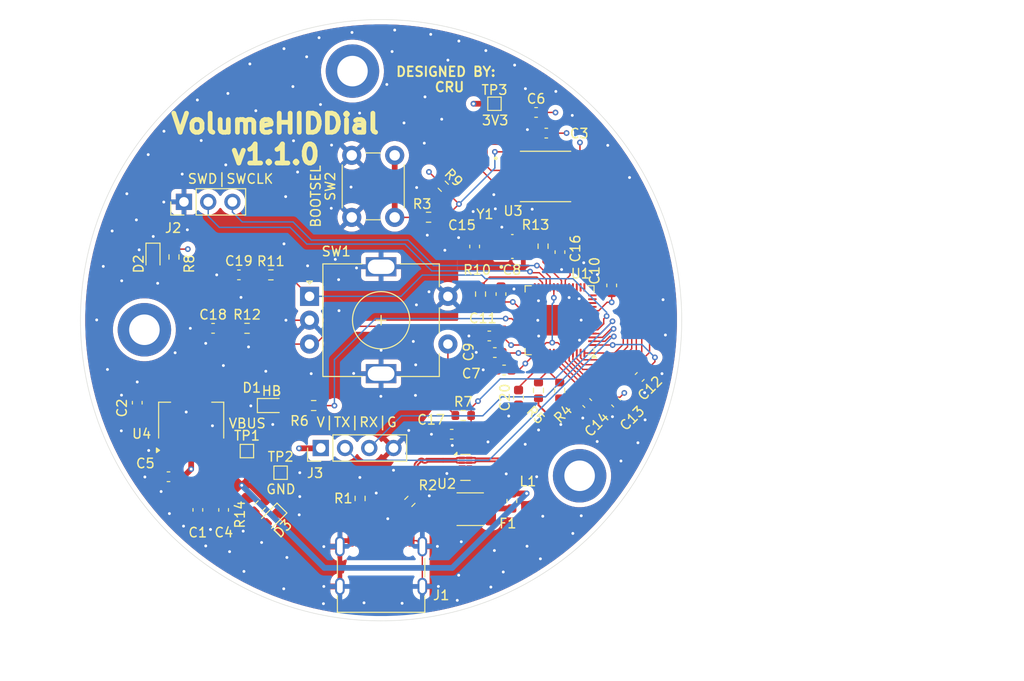
<source format=kicad_pcb>
(kicad_pcb (version 20241229) (generator "pcbnew") (generator_version "9.0")
  (title_block (title "VolumeHIDDial") (date "2025-07-21") (rev "v1.1.0"))
  (layers (0 "F.Cu" signal) (4 "In1.Cu" power "In1.Cu_GND") (6 "In2.Cu" power "In2.Cu_3V3") (2 "B.Cu" signal) (13 "F.Paste" user) (15 "B.Paste" user) (5 "F.SilkS" user "F.Silkscreen") (7 "B.SilkS" user "B.Silkscreen") (1 "F.Mask" user) (3 "B.Mask" user) (25 "Edge.Cuts" user))
  (net 0 "")
  (net 1 "GND")
  (net 2 "+3V3")
  (net 3 "XIN")
  (net 4 "XOUT")
  (net 5 "GPIO_2")
  (net 6 "Net-(C18-Pad2)")
  (net 7 "Net-(C19-Pad1)")
  (net 8 "Net-(D1-A)")
  (net 9 "Net-(F1-Pad2)")
  (net 10 "Net-(F1-Pad1)")
  (net 12 "USB_D+")
  (net 13 "USB_D-")
  (net 14 "Net-(J1-CC1)")
  (net 16 "Net-(J1-CC2)")
  (net 17 "Net-(D2-A)")
  (net 18 "Net-(D3-A)")
  (net 19 "RX")
  (net 20 "TX")
  (net 21 "VBUS_FTR")
  (net 22 "QSPI_SS")
  (net 23 "Net-(U1-USB_DP)")
  (net 24 "SWCLK")
  (net 25 "Net-(R7-Pad1)")
  (net 26 "Net-(U1-RUN)")
  (net 27 "GPIO_3")
  (net 28 "GPIO_28")
  (net 32 "Net-(U1-VREG_VOUT)")
  (net 35 "QSPI_SD1")
  (net 36 "QSPI_SCLK")
  (net 37 "QSPI_SD0")
  (net 39 "QSPI_SD2")
  (net 40 "QSPI_SD3")
  (net 61 "Net-(U1-USB_DM)")
  (net 62 "Net-(C16-Pad1)")
  (net 63 "SWD")
  (net 64 "Net-(SW2A-C)")
  (net 65 "GPIO_HB")
  (footprint "Resistor_SMD:R_0603_1608Metric" (layer "F.Cu") (at 164.99 106.355 90)
    (property "Reference" "R5")
    (property "Value" "27.4R" (hide yes))
  )
  (footprint "Fuse:Fuse_1812_4532Metric" (layer "F.Cu") (at 157.8375 118.8)
    (property "Reference" "F1")
    (property "Value" "BOURNS MF-MSMF050-2" (hide yes))
  )
  (footprint "Capacitor_SMD:C_0603_1608Metric" (layer "F.Cu") (at 132 118.875 -90)
    (property "Reference" "C4")
    (property "Value" "0.1uF" (hide yes))
  )
  (footprint "TestPoint:TestPoint_Pad_1.0x1.0mm" (layer "F.Cu") (at 160.38 76.32)
    (property "Reference" "TP3")
    (property "Value" "3V3" (hide yes))
  )
  (footprint "Package_DFN_QFN:QFN-56-1EP_7x7mm_P0.4mm_EP3.2x3.2mm" (layer "F.Cu") (at 167.2 99 180)
    (property "Reference" "U1")
    (property "Value" "RP2040" (hide yes))
  )
  (footprint "Capacitor_SMD:C_0603_1608Metric" (layer "F.Cu") (at 133.6 94.25 180)
    (property "Reference" "C19")
    (property "Value" "10nF" (hide yes))
  )
  (footprint "Capacitor_SMD:C_0603_1608Metric" (layer "F.Cu") (at 175.591992 104.948008 -135)
    (property "Reference" "C12")
    (property "Value" "0.1uF" (hide yes))
  )
  (footprint "ABM8-272-T3:XTAL_ABM8-272-T3" (layer "F.Cu") (at 162.25 91.275 90)
    (property "Reference" "Y1")
    (property "Value" "ABM8-272-T3" (hide yes))
  )
  (footprint "Capacitor_SMD:C_0603_1608Metric" (layer "F.Cu") (at 122.95 107.645 90)
    (property "Reference" "C2")
    (property "Value" "10uF" (hide yes))
  )
  (footprint "Resistor_SMD:R_0603_1608Metric" (layer "F.Cu") (at 134.455 99.85)
    (property "Reference" "R12")
    (property "Value" "10K" (hide yes))
  )
  (footprint "W25Q128JVSIQ:SOIC127P790X216-8N" (layer "F.Cu") (at 165.73 83.94)
    (property "Reference" "U3")
    (property "Value" "W25Q128JVSIQ" (hide yes))
  )
  (footprint "Resistor_SMD:R_0603_1608Metric" (layer "F.Cu") (at 135.8275 118.46 -135)
    (property "Reference" "R14")
    (property "Value" "1K" (hide yes))
  )
  (footprint "Resistor_SMD:R_0603_1608Metric" (layer "F.Cu") (at 146.3 117.675 90)
    (property "Reference" "R1")
    (property "Value" "5.1K" (hide yes))
  )
  (footprint "LED_SMD:LED_0603_1608Metric" (layer "F.Cu") (at 124.6 92.4125 -90)
    (property "Reference" "D2")
    (property "Value" "LED" (hide yes))
  )
  (footprint "Capacitor_SMD:C_0603_1608Metric" (layer "F.Cu") (at 129.3 118.875 -90)
    (property "Reference" "C1")
    (property "Value" "10uF" (hide yes))
  )
  (footprint "Resistor_SMD:R_0603_1608Metric" (layer "F.Cu") (at 136.95 94.25)
    (property "Reference" "R11")
    (property "Value" "10K" (hide yes))
  )
  (footprint "Capacitor_SMD:C_0603_1608Metric" (layer "F.Cu") (at 170.098008 107.678008 -45)
    (property "Reference" "C14")
    (property "Value" "0.1uF" (hide yes))
  )
  (footprint "Resistor_SMD:R_0603_1608Metric" (layer "F.Cu") (at 151.516637 117.983363 45)
    (property "Reference" "R2")
    (property "Value" "5.1K" (hide yes))
  )
  (footprint "Capacitor_SMD:C_0603_1608Metric" (layer "F.Cu") (at 164.74 77.23)
    (property "Reference" "C6")
    (property "Value" "0.1uF" (hide yes))
  )
  (footprint "Rotary_Encoder:RotaryEncoder_Alps_EC11E-Switch_Vertical_H20mm" (layer "F.Cu") (at 141 96.5)
    (property "Reference" "SW1")
    (property "Value" "ALPSALPINE EC11K0925416" (hide yes))
  )
  (footprint "TestPoint:TestPoint_Pad_1.0x1.0mm" (layer "F.Cu") (at 137.97 114.98)
    (property "Reference" "TP2")
    (property "Value" "GND" (hide yes))
  )
  (footprint "LED_SMD:LED_0603_1608Metric" (layer "F.Cu") (at 137.063153 119.726847 -135)
    (property "Reference" "D3")
    (property "Value" "LED" (hide yes))
  )
  (footprint "MountingHole:MountingHole_3.2mm_M3_DIN965_Pad" (layer "F.Cu") (at 123.7 100)
    (property "Reference" "H2" (hide yes))
    (property "Value" "MountingHole" (hide yes))
  )
  (footprint "Connector_PinHeader_2.54mm:PinHeader_1x04_P2.54mm_Vertical" (layer "F.Cu") (at 142.18 112.39 90)
    (property "Reference" "J3")
    (property "Value" "UART" (hide yes))
  )
  (footprint "Capacitor_SMD:C_0603_1608Metric" (layer "F.Cu") (at 161.06 96.26 90)
    (property "Reference" "C8")
    (property "Value" "0.1uF" (hide yes))
  )
  (footprint "TestPoint:TestPoint_Pad_1.0x1.0mm" (layer "F.Cu") (at 134.44 112.71)
    (property "Reference" "TP1")
    (property "Value" "VBUS_FTR" (hide yes))
  )
  (footprint "Capacitor_SMD:C_0603_1608Metric" (layer "F.Cu") (at 167.24 91.865 -90)
    (property "Reference" "C16")
    (property "Value" "15pF" (hide yes))
  )
  (footprint "Capacitor_SMD:C_0603_1608Metric" (layer "F.Cu") (at 173.12 107.62 -45)
    (property "Reference" "C13")
    (property "Value" "0.1uF" (hide yes))
  )
  (footprint "Fuse:Fuse_0603_1608Metric" (layer "F.Cu") (at 162.2 117.9375 90)
    (property "Reference" "L1")
    (property "Value" "Murata BLM18PG121SN1D" (hide yes))
  )
  (footprint "Resistor_SMD:R_0603_1608Metric" (layer "F.Cu") (at 153.475 88.21 180)
    (property "Reference" "R3")
    (property "Value" "1K" (hide yes))
  )
  (footprint "Capacitor_SMD:C_0603_1608Metric" (layer "F.Cu") (at 126.225 115.4 180)
    (property "Reference" "C5")
    (property "Value" "0.1uF" (hide yes))
  )
  (footprint "Button_Switch_THT:SW_PUSH_6mm" (layer "F.Cu") (at 149.925 81.725 -90)
    (property "Reference" "SW2")
    (property "Value" "SHOU HAN TS665CJ" (hide yes))
  )
  (footprint "Connector_USB:USB_C_Receptacle_G-Switch_GT-USB-7010ASV" (layer "F.Cu") (at 148.5 125.82)
    (property "Reference" "J1")
    (property "Value" "G-Switch GT-USB-7010ASV" (hide yes))
  )
  (footprint "Package_TO_SOT_SMD:SOT-223" (layer "F.Cu") (at 128.6 109.5 90)
    (property "Reference" "U4")
    (property "Value" "AMS1117-3.3" (hide yes))
  )
  (footprint "Capacitor_SMD:C_0603_1608Metric" (layer "F.Cu") (at 165.805 79.4)
    (property "Reference" "C3")
    (property "Value" "10uF" (hide yes))
  )
  (footprint "Capacitor_SMD:C_0603_1608Metric" (layer "F.Cu") (at 158.3 91.275 90)
    (property "Reference" "C15")
    (property "Value" "15pF" (hide yes))
  )
  (footprint "Capacitor_SMD:C_0603_1608Metric" (layer "F.Cu") (at 160.415 102.39 180)
    (property "Reference" "C9")
    (property "Value" "0.1uF" (hide yes))
  )
  (footprint "MountingHole:MountingHole_3.2mm_M3_DIN965_Pad" (layer "F.Cu") (at 145.5 72.9)
    (property "Reference" "H1" (hide yes))
    (property "Value" "MountingHole" (hide yes))
  )
  (footprint "Capacitor_SMD:C_0603_1608Metric" (layer "F.Cu") (at 155.895 110.95 180)
    (property "Reference" "C17")
    (property "Value" "0.1uF" (hide yes))
  )
  (footprint "Capacitor_SMD:C_0603_1608Metric" (layer "F.Cu") (at 172.66 95.355 90)
    (property "Reference" "C10")
    (property "Value" "0.1uF" (hide yes))
  )
  (footprint "Resistor_SMD:R_0603_1608Metric" (layer "F.Cu") (at 126.8 92.375 -90)
    (property "Reference" "R8")
    (property "Value" "1K" (hide yes))
  )
  (footprint "Capacitor_SMD:C_0603_1608Metric" (layer "F.Cu") (at 161.385 104.22)
    (property "Reference" "C7")
    (property "Value" "1uF" (hide yes))
  )
  (footprint "Resistor_SMD:R_0603_1608Metric" (layer "F.Cu") (at 157.105 108.98)
    (property "Reference" "R7")
    (property "Value" "0R" (hide yes))
  )
  (footprint "Connector_PinHeader_2.54mm:PinHeader_1x03_P2.54mm_Vertical" (layer "F.Cu") (at 127.845 86.6 90)
    (property "Reference" "J2")
    (property "Value" "SWD" (hide yes))
  )
  (footprint "Capacitor_SMD:C_0603_1608Metric" (layer "F.Cu") (at 162.9 107.095 90)
    (property "Reference" "C20")
    (property "Value" "1uF" (hide yes))
  )
  (footprint "Resistor_SMD:R_0603_1608Metric" (layer "F.Cu") (at 165.47 91.245 -90)
    (property "Reference" "R13")
    (property "Value" "1K" (hide yes))
  )
  (footprint "Resistor_SMD:R_0603_1608Metric" (layer "F.Cu") (at 141.435 107.94 180)
    (property "Reference" "R6")
    (property "Value" "1K" (hide yes))
  )
  (footprint "Resistor_SMD:R_0603_1608Metric" (layer "F.Cu") (at 158.92 96.26 90)
    (property "Reference" "R10")
    (property "Value" "10K" (hide yes))
  )
  (footprint "Resistor_SMD:R_0603_1608Metric" (layer "F.Cu") (at 155.016637 84.966637 -45)
    (property "Reference" "R9")
    (property "Value" "10K" (hide yes))
  )
  (footprint "Package_DFN_QFN:Diodes_UDFN-10_1.0x2.5mm_P0.5mm" (layer "F.Cu") (at 157.3375 114.425)
    (property "Reference" "U2")
    (property "Value" "D3V3XA4B10LP" (hide yes))
  )
  (footprint "Resistor_SMD:R_0603_1608Metric" (layer "F.Cu") (at 167.215 106.355 90)
    (property "Reference" "R4")
    (property "Value" "27.4R" (hide yes))
  )
  (footprint "MountingHole:MountingHole_3.2mm_M3_DIN965_Pad" (layer "F.Cu") (at 169.3 115.3)
    (property "Reference" "H3" (hide yes))
    (property "Value" "MountingHole" (hide yes))
  )
  (footprint "Capacitor_SMD:C_0603_1608Metric" (layer "F.Cu") (at 130.895 99.85)
    (property "Reference" "C18")
    (property "Value" "10nF" (hide yes))
  )
  (footprint "Capacitor_SMD:C_0603_1608Metric" (layer "F.Cu") (at 159.835 100.65 180)
    (property "Reference" "C11")
    (property "Value" "0.1uF" (hide yes))
  )
  (footprint "LED_SMD:LED_0603_1608Metric" (layer "F.Cu") (at 137.0225 107.94)
    (property "Reference" "D1")
    (property "Value" "LED" (hide yes))
  )
  (gr_circle (center 148.5 99) (end 180 99) (stroke (width 0.05)) (fill no) (layer "Edge.Cuts"))
  (gr_text "HB" (at 135.9 107 0) (layer "F.SilkS") (effects (font (size 1 1)) (justify left bottom)))
  (gr_text "GND" (at 136.375 117.3 0) (layer "F.SilkS") (effects (font (size 1 1)) (justify left bottom)))
  (gr_text "VolumeHIDDial\nv1.1.0" (at 137.4 82.8 0) (layer "F.SilkS") (effects (font (size 2 2) (thickness 0.5) (bold yes)) (justify bottom)))
  (gr_text "DESIGNED BY: \nCRU" (at 155.67 75.16 0) (layer "F.SilkS") (effects (font (size 1 1) (thickness 0.2) (bold yes)) (justify bottom)))
  (gr_text "V|TX|RX|G" (at 141.65 110.275 0) (layer "F.SilkS") (effects (font (size 1 1)) (justify left bottom)))
  (gr_text "VBUS" (at 132.45 110.4 0) (layer "F.SilkS") (effects (font (size 1 1)) (justify left bottom)))
  (gr_text "SWD|SWCLK" (at 128.15 84.775 0) (layer "F.SilkS") (effects (font (size 1 1)) (justify left bottom)))
  (gr_text "BOOTSEL" (at 142.24 89.38 90) (layer "F.SilkS") (effects (font (size 1 1)) (justify left bottom)))
  (gr_text "3V3" (at 158.975 78.65 0) (layer "F.SilkS") (effects (font (size 1 1)) (justify left bottom)))
  (segment (start 161.1 90.4) (end 161.36 90.4) (width 0.15) (layer "F.Cu") (net 1))
  (segment (start 158.49 102.39) (end 158.47 102.37) (width 0.15) (layer "F.Cu") (net 1))
  (segment (start 144.78 122.095) (end 144.18 122.695) (width 0.15) (layer "F.Cu") (net 1))
  (segment (start 142.5 126.895) (end 144.18 126.895) (width 0.6) (layer "F.Cu") (net 1))
  (segment (start 159.2 104.2) (end 160.59 104.2) (width 0.15) (layer "F.Cu") (net 1))
  (segment (start 161.36 90.4) (end 163.11 92.15) (width 0.15) (layer "F.Cu") (net 1))
  (segment (start 163.83 79.03) (end 164.2 79.4) (width 0.15) (layer "F.Cu") (net 1))
  (segment (start 163.11 92.15) (end 163.4 92.15) (width 0.15) (layer "F.Cu") (net 1))
  (segment (start 160.31 85.845) (end 162.125 85.845) (width 0.15) (layer "F.Cu") (net 1))
  (segment (start 168.2 95.5625) (end 168.2 96.625) (width 0.15) (layer "F.Cu") (net 1))
  (segment (start 131.7 119.7) (end 131.75 119.65) (width 0.15) (layer "F.Cu") (net 1))
  (segment (start 163.965 75.085) (end 163.62 74.74) (width 0.6) (layer "F.Cu") (net 1))
  (segment (start 157.0375 114.45) (end 157.8 114.45) (width 0.15) (layer "F.Cu") (net 1))
  (segment (start 170.646016 108.226016) (end 170.646016 108.233984) (width 0.15) (layer "F.Cu") (net 1))
  (segment (start 167.2 99) (end 169.29 101.09) (width 0.15) (layer "F.Cu") (net 1))
  (segment (start 154.4 122.695) (end 152.82 122.695) (width 0.6) (layer "F.Cu") (net 1))
  (segment (start 167.2 99) (end 167.03 99) (width 0.15) (layer "F.Cu") (net 1))
  (segment (start 173.668008 108.181992) (end 172.74 109.11) (width 0.15) (layer "F.Cu") (net 1))
  (segment (start 159.64 102.39) (end 158.49 102.39) (width 0.15) (layer "F.Cu") (net 1))
  (segment (start 167.41 93.69) (end 167.41 92.81) (width 0.15) (layer "F.Cu") (net 1))
  (segment (start 161.1 89.2) (end 161.1 89.12) (width 0.15) (layer "F.Cu") (net 1))
  (segment (start 166.74 99) (end 167.2 99) (width 0.15) (layer "F.Cu") (net 1))
  (segment (start 169.79 109.09) (end 169.79 109.082032) (width 0.15) (layer "F.Cu") (net 1))
  (segment (start 173.668008 108.168008) (end 173.668008 108.181992) (width 0.15) (layer "F.Cu") (net 1))
  (segment (start 145.3 122.095) (end 144.78 122.095) (width 0.15) (layer "F.Cu") (net 1))
  (segment (start 172.916016 108.933984) (end 172.916016 108.92) (width 0.15) (layer "F.Cu") (net 1))
  (segment (start 152.22 122.095) (end 152.82 122.695) (width 0.15) (layer "F.Cu") (net 1))
  (segment (start 176.11 106.59) (end 176.047968 106.527968) (width 0.15) (layer "F.Cu") (net 1))
  (segment (start 170.646016 108.233984) (end 169.63 109.25) (width 0.15) (layer "F.Cu") (net 1))
  (segment (start 164.93 99) (end 164.92 99.01) (width 0.15) (layer "F.Cu") (net 1))
  (segment (start 144.18 126.895) (end 144.18 122.695) (width 0.15) (layer "F.Cu") (net 1))
  (segment (start 142.55 122.72) (end 144.155 122.72) (width 0.6) (layer "F.Cu") (net 1))
  (segment (start 169.63 109.25) (end 169.79 109.09) (width 0.15) (layer "F.Cu") (net 1))
  (segment (start 167.2 99) (end 164.93 99) (width 0.15) (layer "F.Cu") (net 1))
  (segment (start 167.03 99) (end 164.99 96.96) (width 0.15) (layer "F.Cu") (net 1))
  (segment (start 156.025 114.425) (end 156.9875 114.425) (width 0.15) (layer "F.Cu") (net 1))
  (segment (start 142.525 122.695) (end 142.55 122.72) (width 0.6) (layer "F.Cu") (net 1))
  (segment (start 125.45 115.4) (end 125.3 115.4) (width 0.15) (layer "F.Cu") (net 1))
  (segment (start 153.55 117.4) (end 152.1 117.4) (width 0.15) (layer "F.Cu") (net 1))
  (segment (start 169.25 96.75) (end 169.25 96.95) (width 0.15) (layer "F.Cu") (net 1))
  (segment (start 172.74 109.11) (end 172.916016 108.933984) (width 0.15) (layer "F.Cu") (net 1))
  (segment (start 171.52 94.58) (end 172.66 94.58) (width 0.15) (layer "F.Cu") (net 1))
  (segment (start 162.9 108.01) (end 161.87 109.04) (width 0.15) (layer "F.Cu") (net 1))
  (segment (start 171.16 94.22) (end 171.52 94.58) (width 0.15) (layer "F.Cu") (net 1))
  (segment (start 152.82 126.895) (end 152.82 122.695) (width 0.15) (layer "F.Cu") (net 1))
  (segment (start 169.25 96.95) (end 167.2 99) (width 0.15) (layer "F.Cu") (net 1))
  (segment (start 176.047968 106.527968) (end 176.047968 106.5) (width 0.15) (layer "F.Cu") (net 1))
  (segment (start 163.965 77.23) (end 163.965 75.085) (width 0.6) (layer "F.Cu") (net 1))
  (segment (start 165.08 100.66) (end 166.74 99) (width 0.15) (layer "F.Cu") (net 1))
  (segment (start 162.42 95.73) (end 161.305 95.73) (width 0.15) (layer "F.Cu") (net 1))
  (segment (start 162.9 107.87) (end 162.9 108.01) (width 0.15) (layer "F.Cu") (net 1))
  (segment (start 144.155 122.72) (end 144.18 122.695) (width 0.6) (layer "F.Cu") (net 1))
  (segment (start 141 99) (end 138.53 99) (width 0.15) (layer "F.Cu") (net 1))
  (segment (start 160.59 104.2) (end 160.61 104.22) (width 0.15) (layer "F.Cu") (net 1))
  (segment (start 151.7 122.095) (end 152.22 122.095) (width 0.15) (layer "F.Cu") (net 1))
  (segment (start 155.39 115.06) (end 156.025 114.425) (width 0.15) (layer "F.Cu") (net 1))
  (segment (start 169.45 99) (end 169.46 98.99) (width 0.15) (layer "F.Cu") (net 1))
  (segment (start 152.82 126.895) (end 154.5 126.895) (width 0.6) (layer "F.Cu") (net 1))
  (segment (start 139.98 114.98) (end 137.97 114.98) (width 0.6) (layer "F.Cu") (net 1))
  (segment (start 142.5 122.72) (end 142.525 122.695) (width 0.15) (layer "F.Cu") (net 1))
  (segment (start 176.047968 106.5) (end 175.043984 105.496016) (width 0.15) (layer "F.Cu") (net 1))
  (segment (start 167.41 92.81) (end 167.24 92.64) (width 0.15) (layer "F.Cu") (net 1))
  (segment (start 159.06 100.65) (end 157.7 100.65) (width 0.15) (layer "F.Cu") (net 1))
  (segment (start 167.2 99) (end 169.45 99) (width 0.15) (layer "F.Cu") (net 1))
  (segment (start 161.305 95.73) (end 161.06 95.485) (width 0.15) (layer "F.Cu") (net 1))
  (segment (start 161.15 89.25) (end 161.1 89.2) (width 0.15) (layer "F.Cu") (net 1))
  (segment (start 165.01 100.66) (end 165.08 100.66) (width 0.15) (layer "F.Cu") (net 1))
  (segment (start 164.2 79.4) (end 165.03 79.4) (width 0.15) (layer "F.Cu") (net 1))
  (segment (start 165.08 100.66) (end 165.11 100.63) (width 0.15) (layer "F.Cu") (net 1))
  (via (at 123.75 115.425) (size 0.6) (drill 0.3) (layers "F.Cu" "B.Cu") (net 1))
  (via (at 161.3 125.38) (size 0.6) (drill 0.3) (layers "F.Cu" "B.Cu") (net 1))
  (via (at 176.16 109.44) (size 0.6) (drill 0.3) (layers "F.Cu" "B.Cu") (net 1))
  (via (at 138.53 99) (size 0.6) (drill 0.3) (layers "F.Cu" "B.Cu") (net 1))
  (via (at 154.85 77.94) (size 0.6) (drill 0.3) (layers "F.Cu" "B.Cu") (net 1))
  (via (at 122.95 105.47) (size 0.6) (drill 0.3) (layers "F.Cu" "B.Cu") (net 1))
  (via (at 162.49 72.27) (size 0.6) (drill 0.3) (layers "F.Cu" "B.Cu") (net 1))
  (via (at 148.475 106.975) (size 0.6) (drill 0.3) (layers "F.Cu" "B.Cu") (net 1))
  (via (at 169.47 119.49) (size 0.6) (drill 0.3) (layers "F.Cu" "B.Cu") (net 1))
  (via (at 134.85 107.975) (size 0.6) (drill 0.3) (layers "F.Cu" "B.Cu") (net 1))
  (via (at 171.14 111.71) (size 0.6) (drill 0.3) (layers "F.Cu" "B.Cu") (net 1))
  (via (at 119.39 93.36) (size 0.6) (drill 0.3) (layers "F.Cu" "B.Cu") (net 1))
  (via (at 134.61 101.8) (size 0.6) (drill 0.3) (layers "F.Cu" "B.Cu") (net 1))
  (via (at 154.5 126.895) (size 0.6) (drill 0.3) (layers "F.Cu" "B.Cu") (net 1))
  (via (at 142 69.4) (size 0.6) (drill 0.3) (layers "F.Cu" "B.Cu") (net 1))
  (via (at 163.83 79.03) (size 0.6) (drill 0.3) (layers "F.Cu" "B.Cu") (net 1))
  (via (at 152.1 106.875) (size 0.6) (drill 0.3) (layers "F.Cu" "B.Cu") (net 1))
  (via (at 122.86 88.49) (size 0.6) (drill 0.3) (layers "F.Cu" "B.Cu") (net 1))
  (via (at 125.73 86.62) (size 0.6) (drill 0.3) (layers "F.Cu" "B.Cu") (net 1))
  (via (at 121.3 106.85) (size 0.6) (drill 0.3) (layers "F.Cu" "B.Cu") (net 1))
  (via (at 169.63 109.25) (size 0.6) (drill 0.3) (layers "F.Cu" "B.Cu") (net 1))
  (via (at 154.4 122.695) (size 0.6) (drill 0.3) (layers "F.Cu" "B.Cu") (net 1))
  (via (at 149.925 68.6) (size 0.6) (drill 0.3) (layers "F.Cu" "B.Cu") (net 1))
  (via (at 155.96 112.12) (size 0.6) (drill 0.3) (layers "F.Cu" "B.Cu") (net 1))
  (via (at 158.47 102.37) (size 0.6) (drill 0.3) (layers "F.Cu" "B.Cu") (net 1))
  (via (at 146.275 115.475) (size 0.6) (drill 0.3) (layers "F.Cu" "B.Cu") (net 1))
  (via (at 160.31 85.845) (size 0.6) (drill 0.3) (layers "F.Cu" "B.Cu") (net 1))
  (via (at 134.75 72.15) (size 0.6) (drill 0.3) (layers "F.Cu" "B.Cu") (net 1))
  (via (at 176.11 106.59) (size 0.6) (drill 0.3) (layers "F.Cu" "B.Cu") (net 1))
  (via (at 118.7 98.97) (size 0.6) (drill 0.3) (layers "F.Cu" "B.Cu") (net 1))
  (via (at 126.92 102.41) (size 0.6) (drill 0.3) (layers "F.Cu" "B.Cu") (net 1))
  (via (at 145.45 68.85) (size 0.6) (drill 0.3) (layers "F.Cu" "B.Cu") (net 1))
  (via (at 145.35 85.05) (size 0.6) (drill 0.3) (layers "F.Cu" "B.Cu") (net 1))
  (via (at 142.5 126.895) (size 0.6) (drill 0.3) (layers "F.Cu" "B.Cu") (net 1))
  (via (at 165.19 124) (size 0.6) (drill 0.3) (layers "F.Cu" "B.Cu") (net 1))
  (via (at 147.99 117.11) (size 0.6) (drill 0.3) (layers "F.Cu" "B.Cu") (net 1))
  (via (at 163.62 74.74) (size 0.6) (drill 0.3) (layers "F.Cu" "B.Cu") (net 1))
  (via (at 155.5 71.75) (size 0.6) (drill 0.3) (layers "F.Cu" "B.Cu") (net 1))
  (via (at 120.32 89.65) (size 0.6) (drill 0.3) (layers "F.Cu" "B.Cu") (net 1))
  (via (at 166.81 75.03) (size 0.6) (drill 0.3) (layers "F.Cu" "B.Cu") (net 1))
  (via (at 119.83 104.16) (size 0.6) (drill 0.3) (layers "F.Cu" "B.Cu") (net 1))
  (via (at 143.31 80.65) (size 0.6) (drill 0.3) (layers "F.Cu" "B.Cu") (net 1))
  (via (at 139.98 117.48) (size 0.6) (drill 0.3) (layers "F.Cu" "B.Cu") (net 1))
  (via (at 130.83 110.06) (size 0.6) (drill 0.3) (layers "F.Cu" "B.Cu") (net 1))
  (via (at 139.75 83.475) (size 0.6) (drill 0.3) (layers "F.Cu" "B.Cu") (net 1))
  (via (at 161.15 89.25) (size 0.6) (drill 0.3) (layers "F.Cu" "B.Cu") (net 1))
  (via (at 139.92 119.39) (size 0.6) (drill 0.3) (layers "F.Cu" "B.Cu") (net 1))
  (via (at 125.09 95.13) (size 0.6) (drill 0.3) (layers "F.Cu" "B.Cu") (net 1))
  (via (at 156.48 128.35) (size 0.6) (drill 0.3) (layers "F.Cu" "B.Cu") (net 1))
  (via (at 121.28 110.59) (size 0.6) (drill 0.3) (layers "F.Cu" "B.Cu") (net 1))
  (via (at 137.15 109.925) (size 0.6) (drill 0.3) (layers "F.Cu" "B.Cu") (net 1))
  (via (at 159.2 104.2) (size 0.6) (drill 0.3) (layers "F.Cu" "B.Cu") (net 1))
  (via (at 138.325 70.55) (size 0.6) (drill 0.3) (layers "F.Cu" "B.Cu") (net 1))
  (via (at 130.125 122.65) (size 0.6) (drill 0.3) (layers "F.Cu" "B.Cu") (net 1))
  (via (at 153.34 90.09) (size 0.6) (drill 0.3) (layers "F.Cu" "B.Cu") (net 1))
  (via (at 142.46 128.7) (size 0.6) (drill 0.3) (layers "F.Cu" "B.Cu") (net 1))
  (via (at 159.475 70.75) (size 0.6) (drill 0.3) (layers "F.Cu" "B.Cu") (net 1))
  (via (at 134.05 121.1) (size 0.6) (drill 0.3) (layers "F.Cu" "B.Cu") (net 1))
  (via (at 127.66 83.69) (size 0.6) (drill 0.3) (layers "F.Cu" "B.Cu") (net 1))
  (via (at 152.225 85.1) (size 0.6) (drill 0.3) (layers "F.Cu" "B.Cu") (net 1))
  (via (at 153.55 117.4) (size 0.6) (drill 0.3) (layers "F.Cu" "B.Cu") (net 1))
  (via (at 142.15 76.4) (size 0.6) (drill 0.3) (layers "F.Cu" "B.Cu") (net 1))
  (via (at 163.79 122.68) (size 0.6) (drill 0.3) (layers "F.Cu" "B.Cu") (net 1))
  (via (at 156.65 69.75) (size 0.6) (drill 0.3) (layers "F.Cu" "B.Cu") (net 1))
  (via (at 156.9 122.21) (size 0.6) (drill 0.3) (layers "F.Cu" "B.Cu") (net 1))
  (via (at 172.25 80.68) (size 0.6) (drill 0.3) (layers "F.Cu" "B.Cu") (net 1))
  (via (at 173.63 113.75) (size 0.6) (drill 0.3) (layers "F.Cu" "B.Cu") (net 1))
  (via (at 128.2 89.525) (size 0.6) (drill 0.3) (layers "F.Cu" "B.Cu") (net 1))
  (via (at 169.25 96.75) (size 0.6) (drill 0.3) (layers "F.Cu" "B.Cu") (net 1))
  (via (at 156.62 90.35) (size 0.6) (drill 0.3) (layers "F.Cu" "B.Cu") (net 1))
  (via (at 155.18 91.67) (size 0.6) (drill 0.3) (layers "F.Cu" "B.Cu") (net 1))
  (via (at 145.925 93.525) (size 0.6) (drill 0.3) (layers "F.Cu" "B.Cu") (net 1))
  (via (at 138.5 86.05) (size 0.6) (drill 0.3) (layers "F.Cu" "B.Cu") (net 1))
  (via (at 169.46 98.99) (size 0.6) (drill 0.3) (layers "F.Cu" "B.Cu") (net 1))
  (via (at 165 110.5) (size 0.6) (drill 0.3) (layers "F.Cu" "B.Cu") (net 1))
  (via (at 152.2 97.39) (size 0.6) (drill 0.3) (layers "F.Cu" "B.Cu") (net 1))
  (via (at 168.59 121.34) (size 0.6) (drill 0.3) (layers "F.Cu" "B.Cu") (net 1))
  (via (at 144.05 94.75) (size 0.6) (drill 0.3) (layers "F.Cu" "B.Cu") (net 1))
  (via (at 153.775 110.95) (size 0.6) (drill 0.3) (layers "F.Cu" "B.Cu") (net 1))
  (via (at 167.33 109.93) (size 0.6) (drill 0.3) (layers "F.Cu" "B.Cu") (net 1))
  (via (at 123.15 91.625) (size 0.6) (drill 0.3) (layers "F.Cu" "B.Cu") (net 1))
  (via (at 167.41 93.69) (size 0.6) (drill 0.3) (layers "F.Cu" "B.Cu") (net 1))
  (via (at 171.16 94.22) (size 0.6) (drill 0.3) (layers "F.Cu" "B.Cu") (net 1))
  (via (at 152.125 103.675) (size 0.6) (drill 0.3) (layers "F.Cu" "B.Cu") (net 1))
  (via (at 169.29 101.09) (size 0.6) (drill 0.3) (layers "F.Cu" "B.Cu") (net 1))
  (via (at 139.26 74.52) (size 0.6) (drill 0.3) (layers "F.Cu" "B.Cu") (net 1))
  (via (at 146.25 77.3) (size 0.6) (drill 0.3) (layers "F.Cu" "B.Cu") (net 1))
  (via (at 157.7 100.65) (size 0.6) (drill 0.3) (layers "F.Cu" "B.Cu") (net 1))
  (via (at 153.52 96.02) (size 0.6) (drill 0.3) (layers "F.Cu" "B.Cu") (net 1))
  (via (at 172.74 109.11) (size 0.6) (drill 0.3) (layers "F.Cu" "B.Cu") (net 1))
  (via (at 153.025 80.45) (size 0.6) (drill 0.3) (layers "F.Cu" "B.Cu") (net 1))
  (via (at 144.09 98) (size 0.6) (drill 0.3) (layers "F.Cu" "B.Cu") (net 1))
  (via (at 121.86 85.75) (size 0.6) (drill 0.3) (layers "F.Cu" "B.Cu") (net 1))
  (via (at 165.01 100.66) (size 0.6) (drill 0.3) (layers "F.Cu" "B.Cu") (net 1))
  (via (at 161.61 115.1) (size 0.6) (drill 0.3) (layers "F.Cu" "B.Cu") (net 1))
  (via (at 151.4 110.55) (size 0.6) (drill 0.3) (layers "F.Cu" "B.Cu") (net 1))
  (via (at 158.145 87.615) (size 0.6) (drill 0.3) (layers "F.Cu" "B.Cu") (net 1))
  (via (at 129.25 75.925) (size 0.6) (drill 0.3) (layers "F.Cu" "B.Cu") (net 1))
  (via (at 134.13 125.32) (size 0.6) (drill 0.3) (layers "F.Cu" "B.Cu") (net 1))
  (via (at 160.37 123.13) (size 0.6) (drill 0.3) (layers "F.Cu" "B.Cu") (net 1))
  (via (at 168.53 77.54) (size 0.6) (drill 0.3) (layers "F.Cu" "B.Cu") (net 1))
  (via (at 140.7 71.4) (size 0.6) (drill 0.3) (layers "F.Cu" "B.Cu") (net 1))
  (via (at 150.9 78.33) (size 0.6) (drill 0.3) (layers "F.Cu" "B.Cu") (net 1))
  (via (at 163.6 112) (size 0.6) (drill 0.3) (layers "F.Cu" "B.Cu") (net 1))
  (via (at 140.8 93.3) (size 0.6) (drill 0.3) (layers "F.Cu" "B.Cu") (net 1))
  (via (at 131.275 94.25) (size 0.6) (drill 0.3) (layers "F.Cu" "B.Cu") (net 1))
  (via (at 169.73 92.98) (size 0.6) (drill 0.3) (layers "F.Cu" "B.Cu") (net 1))
  (via (at 178.29 100.55) (size 0.6) (drill 0.3) (layers "F.Cu" "B.Cu") (net 1))
  (via (at 124.625 90.225) (size 0.6) (drill 0.3) (layers "F.Cu" "B.Cu") (net 1))
  (via (at 142.5 122.72) (size 0.6) (drill 0.3) (layers "F.Cu" "B.Cu") (net 1))
  (via (at 174.53 84.05) (size 0.6) (drill 0.3) (layers "F.Cu" "B.Cu") (net 1))
  (via (at 153.1 75.6) (size 0.6) (drill 0.3) (layers "F.Cu" "B.Cu") (net 1))
  (via (at 177.93 104.6) (size 0.6) (drill 0.3) (layers "F.Cu" "B.Cu") (net 1))
  (via (at 121.32 94.87) (size 0.6) (drill 0.3) (layers "F.Cu" "B.Cu") (net 1))
  (via (at 124.15 112.65) (size 0.6) (drill 0.3) (layers "F.Cu" "B.Cu") (net 1))
  (via (at 178.04 96.85) (size 0.6) (drill 0.3) (layers "F.Cu" "B.Cu") (net 1))
  (via (at 146.71 128.61) (size 0.6) (drill 0.3) (layers "F.Cu" "B.Cu") (net 1))
  (via (at 164.92 99.01) (size 0.6) (drill 0.3) (layers "F.Cu" "B.Cu") (net 1))
  (via (at 133.82 96.61) (size 0.6) (drill 0.3) (layers "F.Cu" "B.Cu") (net 1))
  (via (at 150.7 128.66) (size 0.6) (drill 0.3) (layers "F.Cu" "B.Cu") (net 1))
  (via (at 161.87 109.04) (size 0.6) (drill 0.3) (layers "F.Cu" "B.Cu") (net 1))
  (via (at 135.98 122.29) (size 0.6) (drill 0.3) (layers "F.Cu" "B.Cu") (net 1))
  (via (at 160 126.96) (size 0.6) (drill 0.3) (layers "F.Cu" "B.Cu") (net 1))
  (via (at 175.41 111.84) (size 0.6) (drill 0.3) (layers "F.Cu" "B.Cu") (net 1))
  (via (at 129.65 80.175) (size 0.6) (drill 0.3) (layers "F.Cu" "B.Cu") (net 1))
  (via (at 138.3 127.14) (size 0.6) (drill 0.3) (layers "F.Cu" "B.Cu") (net 1))
  (via (at 132.225 82.725) (size 0.6) (drill 0.3) (layers "F.Cu" "B.Cu") (net 1))
  (via (at 138.325 91) (size 0.6) (drill 0.3) (layers "F.Cu" "B.Cu") (net 1))
  (via (at 164.99 96.96) (size 0.6) (drill 0.3) (layers "F.Cu" "B.Cu") (net 1))
  (via (at 149.2 119.8) (size 0.6) (drill 0.3) (layers "F.Cu" "B.Cu") (net 1))
  (via (at 151.875 101.225) (size 0.6) (drill 0.3) (layers "F.Cu" "B.Cu") (net 1))
  (via (at 149.65 70.85) (size 0.6) (drill 0.3) (layers "F.Cu" "B.Cu") (net 1))
  (via (at 149.8 114.72) (size 0.6) (drill 0.3) (layers "F.Cu" "B.Cu") (net 1))
  (via (at 148.5 102.15) (size 0.6) (drill 0.3) (layers "F.Cu" "B.Cu") (net 1))
  (via (at 125.45 116.95) (size 0.6) (drill 0.3) (layers "F.Cu" "B.Cu") (net 1))
  (via (at 160.47 87.33) (size 0.6) (drill 0.3) (layers "F.Cu" "B.Cu") (net 1))
  (via (at 132.625 123.25) (size 0.6) (drill 0.3) (layers "F.Cu" "B.Cu") (net 1))
  (via (at 135.375 77.05) (size 0.6) (drill 0.3) (layers "F.Cu" "B.Cu") (net 1))
  (via (at 165.44 119.54) (size 0.6) (drill 0.3) (layers "F.Cu" "B.Cu") (net 1))
  (via (at 127.8 120.575) (size 0.6) (drill 0.3) (layers "F.Cu" "B.Cu") (net 1))
  (via (at 136.42 104.35) (size 0.6) (drill 0.3) (layers "F.Cu" "B.Cu") (net 1))
  (via (at 139.98 114.98) (size 0.6) (drill 0.3) (layers "F.Cu" "B.Cu") (net 1))
  (via (at 164.33 87.37) (size 0.6) (drill 0.3) (layers "F.Cu" "B.Cu") (net 1))
  (via (at 156.63 125.72) (size 0.6) (drill 0.3) (layers "F.Cu" "B.Cu") (net 1))
  (via (at 130.125 101.425) (size 0.6) (drill 0.3) (layers "F.Cu" "B.Cu") (net 1))
  (via (at 149.1 74.3) (size 0.6) (drill 0.3) (layers "F.Cu" "B.Cu") (net 1))
  (via (at 162.42 95.73) (size 0.6) (drill 0.3) (layers "F.Cu" "B.Cu") (net 1))
  (via (at 130.625 120.925) (size 0.6) (drill 0.3) (layers "F.Cu" "B.Cu") (net 1))
  (via (at 128.08 108.62) (size 0.6) (drill 0.3) (layers "F.Cu" "B.Cu") (net 1))
  (via (at 153.7 69.05) (size 0.6) (drill 0.3) (layers "F.Cu" "B.Cu") (net 1))
  (via (at 132.45 75.24) (size 0.6) (drill 0.3) (layers "F.Cu" "B.Cu") (net 1))
  (via (at 138.63 123.86) (size 0.6) (drill 0.3) (layers "F.Cu" "B.Cu") (net 1))
  (via (at 128.51 99.85) (size 0.6) (drill 0.3) (layers "F.Cu" "B.Cu") (net 1))
  (via (at 145.625 104.575) (size 0.6) (drill 0.3) (layers "F.Cu" "B.Cu") (net 1))
  (via (at 143.28 87.27) (size 0.6) (drill 0.3) (layers "F.Cu" "B.Cu") (net 1))
  (via (at 155.39 115.06) (size 0.6) (drill 0.3) (layers "F.Cu" "B.Cu") (net 1))
  (via (at 168.2 96.625) (size 0.6) (drill 0.3) (layers "F.Cu" "B.Cu") (net 1))
  (via (at 139.325 80.2) (size 0.6) (drill 0.3) (layers "F.Cu" "B.Cu") (net 1))
  (via (at 143.7 92.625) (size 0.6) (drill 0.3) (layers "F.Cu" "B.Cu") (net 1))
  (via (at 125.75 79.2) (size 0.6) (drill 0.3) (layers "F.Cu" "B.Cu") (net 1))
  (via (at 164.8 115.4) (size 0.6) (drill 0.3) (layers "F.Cu" "B.Cu") (net 1))
  (via (at 126.32 119.26) (size 0.6) (drill 0.3) (layers "F.Cu" "B.Cu") (net 1))
  (via (at 159.7 111.75) (size 0.6) (drill 0.3) (layers "F.Cu" "B.Cu") (net 1))
  (via (at 124.1 81.65) (size 0.6) (drill 0.3) (layers "F.Cu" "B.Cu") (net 1))
  (via (at 131.975 103.75) (size 0.6) (drill 0.3) (layers "F.Cu" "B.Cu") (net 1))
  (via (at 141.175 104.6) (size 0.6) (drill 0.3) (layers "F.Cu" "B.Cu") (net 1))
  (segment (start 149.9 112.39) (end 149.8 112.39) (width 0.15) (layer "B.Cu") (net 1))
  (segment (start 149.8 112.15) (end 149.8 112.39) (width 0.6) (layer "B.Cu") (net 1))
  (segment (start 162.42 97.15742) (end 163.26258 98) (width 0.15) (layer "F.Cu") (net 2))
  (segment (start 164.6 102.4375) (end 165 102.4375) (width 0.15) (layer "F.Cu") (net 2))
  (segment (start 163.26258 98) (end 163.7625 98) (width 0.15) (layer "F.Cu") (net 2))
  (segment (start 167.92 79.4) (end 167.93 79.39) (width 0.15) (layer "F.Cu") (net 2))
  (segment (start 127.8 115.4) (end 127 115.4) (width 0.6) (layer "F.Cu") (net 2))
  (segment (start 173.98 106.62) (end 173.528008 107.071992) (width 0.15) (layer "F.Cu") (net 2))
  (segment (start 167 103.13) (end 169.7 105.83) (width 0.15) (layer "F.Cu") (net 2))
  (segment (start 172.18 97.12) (end 171.3 98) (width 0.15) (layer "F.Cu") (net 2))
  (segment (start 128.6 114.6) (end 127.8 115.4) (width 0.6) (layer "F.Cu") (net 2))
  (segment (start 164.6 102.55) (end 162.93 104.22) (width 0.15) (layer "F.Cu") (net 2))
  (segment (start 169.55 106.25) (end 166.6 103.3) (width 0.15) (layer "F.Cu") (net 2))
  (segment (start 162.3 97.09) (end 161.115 97.09) (width 0.15) (layer "F.Cu") (net 2))
  (segment (start 164.31 101.6) (end 164.6 101.89) (width 0.15) (layer "F.Cu") (net 2))
  (segment (start 128.6 112.65) (end 128.6 114.6) (width 0.6) (layer "F.Cu") (net 2))
  (segment (start 166.58 79.4) (end 167.92 79.4) (width 0.15) (layer "F.Cu") (net 2))
  (segment (start 177.19 103.35) (end 176.14 104.4) (width 0.15) (layer "F.Cu") (net 2))
  (segment (start 162.89 102.4375) (end 164.6 102.4375) (width 0.15) (layer "F.Cu") (net 2))
  (segment (start 162.36742 97.15742) (end 162.42 97.15742) (width 0.15) (layer "F.Cu") (net 2))
  (segment (start 128.6 112.65) (end 128.6 111.54) (width 0.6) (layer "F.Cu") (net 2))
  (segment (start 128.25 91.55) (end 126.8 91.55) (width 0.15) (layer "F.Cu") (net 2))
  (segment (start 162.3 97.09) (end 162.36742 97.15742) (width 0.15) (layer "F.Cu") (net 2))
  (segment (start 162.42 101.6) (end 163.7625 101.6) (width 0.15) (layer "F.Cu") (net 2))
  (segment (start 177.19 102.9) (end 177.19 103.35) (width 0.15) (layer "F.Cu") (net 2))
  (segment (start 162.93 104.22) (end 162.16 104.22) (width 0.15) (layer "F.Cu") (net 2))
  (segment (start 162.2 101.69) (end 162.33 101.69) (width 0.15) (layer "F.Cu") (net 2))
  (segment (start 166.76 77.23) (end 166.77 77.24) (width 0.15) (layer "F.Cu") (net 2))
  (segment (start 154.433274 84.383274) (end 153.5125 83.4625) (width 0.15) (layer "F.Cu") (net 2))
  (segment (start 139.9 112.425) (end 139.935 112.39) (width 0.15) (layer "F.Cu") (net 2))
  (segment (start 161.2375 102.4375) (end 161.19 102.39) (width 0.15) (layer "F.Cu") (net 2))
  (segment (start 171.33 105.83) (end 172.571992 107.071992) (width 0.15) (layer "F.Cu") (net 2))
  (segment (start 128.6 111.54) (end 125.48 108.42) (width 0.6) (layer "F.Cu") (net 2))
  (segment (start 166.6 102.4375) (end 167 102.4375) (width 0.15) (layer "F.Cu") (net 2))
  (segment (start 139.97 112.425) (end 142.145 112.425) (width 0.6) (layer "F.Cu") (net 2))
  (segment (start 125.48 108.42) (end 122.95 108.42) (width 0.6) (layer "F.Cu") (net 2))
  (segment (start 172.66 97.05) (end 172.66 96.13) (width 0.15) (layer "F.Cu") (net 2))
  (segment (start 169.55 106.25) (end 169.55 107.13) (width 0.15) (layer "F.Cu") (net 2))
  (segment (start 158.97 97.035) (end 158.92 97.085) (width 0.15) (layer "F.Cu") (net 2))
  (segment (start 172.66 97.12) (end 172.18 97.12) (width 0.15) (layer "F.Cu") (net 2))
  (segment (start 162.89 102.4375) (end 161.2375 102.4375) (width 0.15) (layer "F.Cu") (net 2))
  (segment (start 163.7625 101.6) (end 164.31 101.6) (width 0.15) (layer "F.Cu") (net 2))
  (segment (start 172.76 101.6) (end 170.6375 101.6) (width 0.15) (layer "F.Cu") (net 2))
  (segment (start 170.76 105.83) (end 171.33 105.83) (width 0.15) (layer "F.Cu") (net 2))
  (segment (start 171.3 98) (end 170.6375 98) (width 0.15) (layer "F.Cu") (net 2))
  (segment (start 165.515 77.23) (end 166.76 77.23) (width 0.15) (layer "F.Cu") (net 2))
  (segment (start 169.335 80.38) (end 169.335 82.035) (width 0.15) (layer "F.Cu") (net 2))
  (segment (start 167 102.4375) (end 167 103.13) (width 0.15) (layer "F.Cu") (net 2))
  (segment (start 142.145 112.425) (end 142.18 112.39) (width 0.6) (layer "F.Cu") (net 2))
  (segment (start 164.6 102.4375) (end 164.6 102.55) (width 0.15) (layer "F.Cu") (net 2))
  (segment (start 166.6 103.3) (end 166.6 102.4375) (width 0.15) (layer "F.Cu") (net 2))
  (segment (start 160.38 76.32) (end 158.18 76.32) (width 0.6) (layer "F.Cu") (net 2))
  (segment (start 169.7 105.83) (end 170.76 105.83) (width 0.15) (layer "F.Cu") (net 2))
  (segment (start 162.33 101.69) (end 162.42 101.6) (width 0.15) (layer "F.Cu") (net 2))
  (segment (start 161.115 97.09) (end 161.06 97.035) (width 0.15) (layer "F.Cu") (net 2))
  (segment (start 162.12 101.61) (end 161.16 100.65) (width 0.15) (layer "F.Cu") (net 2))
  (segment (start 164.6 101.89) (end 164.6 102.4375) (width 0.15) (layer "F.Cu") (net 2))
  (segment (start 162.12 101.61) (end 162.2 101.69) (width 0.15) (layer "F.Cu") (net 2))
  (segment (start 161.16 100.65) (end 160.61 100.65) (width 0.15) (layer "F.Cu") (net 2))
  (segment (start 161.06 97.035) (end 158.97 97.035) (width 0.15) (layer "F.Cu") (net 2))
  (segment (start 173.528008 107.071992) (end 172.571992 107.071992) (width 0.15) (layer "F.Cu") (net 2))
  (via (at 162.12 101.61) (size 0.6) (drill 0.3) (layers "F.Cu" "B.Cu") (net 2))
  (via (at 158.18 76.32) (size 0.6) (drill 0.3) (layers "F.Cu" "B.Cu") (net 2))
  (via (at 163.61 103.54) (size 0.6) (drill 0.3) (layers "F.Cu" "B.Cu") (net 2))
  (via (at 153.5125 83.4625) (size 0.6) (drill 0.3) (layers "F.Cu" "B.Cu") (net 2))
  (via (at 177.19 102.9) (size 0.6) (drill 0.3) (layers "F.Cu" "B.Cu") (net 2))
  (via (at 166.77 77.24) (size 0.6) (drill 0.3) (layers "F.Cu" "B.Cu") (net 2))
  (via (at 167.93 79.39) (size 0.6) (drill 0.3) (layers "F.Cu" "B.Cu") (net 2))
  (via (at 162.3 97.09) (size 0.6) (drill 0.3) (layers "F.Cu" "B.Cu") (net 2))
  (via (at 173.98 106.62) (size 0.6) (drill 0.3) (layers "F.Cu" "B.Cu") (net 2))
  (via (at 139.9 112.425) (size 0.6) (drill 0.3) (layers "F.Cu" "B.Cu") (net 2))
  (via (at 162.89 102.4375) (size 0.6) (drill 0.3) (layers "F.Cu" "B.Cu") (net 2))
  (via (at 128.6 114.6) (size 0.6) (drill 0.3) (layers "F.Cu" "B.Cu") (net 2))
  (via (at 172.76 101.6) (size 0.6) (drill 0.3) (layers "F.Cu" "B.Cu") (net 2))
  (via (at 169.335 80.38) (size 0.6) (drill 0.3) (layers "F.Cu" "B.Cu") (net 2))
  (via (at 172.66 97.12) (size 0.6) (drill 0.3) (layers "F.Cu" "B.Cu") (net 2))
  (via (at 128.25 91.55) (size 0.6) (drill 0.3) (layers "F.Cu" "B.Cu") (net 2))
  (segment (start 172.81 101.55) (end 175.84 101.55) (width 0.15) (layer "B.Cu") (net 2))
  (segment (start 172.76 101.6) (end 172.81 101.55) (width 0.15) (layer "B.Cu") (net 2))
  (segment (start 175.84 101.55) (end 177.19 102.9) (width 0.15) (layer "B.Cu") (net 2))
  (segment (start 161.1 92.15) (end 160.55 92.15) (width 0.15) (layer "F.Cu") (net 3))
  (segment (start 168.3 94.3) (end 167.8 94.8) (width 0.15) (layer "F.Cu") (net 3))
  (segment (start 159.55 89.12) (end 160.39 88.28) (width 0.15) (layer "F.Cu") (net 3))
  (segment (start 161 92.05) (end 161.1 92.15) (width 0.15) (layer "F.Cu") (net 3))
  (segment (start 160.55 92.15) (end 159.55 91.15) (width 0.15) (layer "F.Cu") (net 3))
  (segment (start 167.8 94.8) (end 167.8 95.5625) (width 0.15) (layer "F.Cu") (net 3))
  (segment (start 158.3 92.05) (end 161 92.05) (width 0.15) (layer "F.Cu") (net 3))
  (segment (start 159.55 91.15) (end 159.55 89.12) (width 0.15) (layer "F.Cu") (net 3))
  (segment (start 168.3 90.43) (end 168.3 94.3) (width 0.15) (layer "F.Cu") (net 3))
  (segment (start 166.15 88.28) (end 168.3 90.43) (width 0.15) (layer "F.Cu") (net 3))
  (segment (start 158.7 92.15) (end 158.6 92.05) (width 0.15) (layer "F.Cu") (net 3))
  (segment (start 160.39 88.28) (end 166.15 88.28) (width 0.15) (layer "F.Cu") (net 3))
  (segment (start 167.4 94.85) (end 167.4 95.5625) (width 0.15) (layer "F.Cu") (net 4))
  (segment (start 165.47 92.92) (end 167.4 94.85) (width 0.15) (layer "F.Cu") (net 4))
  (segment (start 165.47 92.07) (end 165.47 92.92) (width 0.15) (layer "F.Cu") (net 4))
  (segment (start 157.93 108.98) (end 157.93 108.2) (width 0.15) (layer "F.Cu") (net 5))
  (segment (start 157.93 109.69) (end 157.93 108.98) (width 0.15) (layer "F.Cu") (net 5))
  (segment (start 157.93 108.2) (end 158.65 107.48) (width 0.15) (layer "F.Cu") (net 5))
  (segment (start 156.67 110.95) (end 157.93 109.69) (width 0.15) (layer "F.Cu") (net 5))
  (segment (start 172.743777 99.110916) (end 172.743777 99.131223) (width 0.15) (layer "F.Cu") (net 5))
  (segment (start 172.743777 99.131223) (end 171.475 100.4) (width 0.15) (layer "F.Cu") (net 5))
  (segment (start 171.475 100.4) (end 170.6375 100.4) (width 0.15) (layer "F.Cu") (net 5))
  (via (at 158.65 107.48) (size 0.6) (drill 0.3) (layers "F.Cu" "B.Cu") (net 5))
  (via (at 172.743777 99.110916) (size 0.6) (drill 0.3) (layers "F.Cu" "B.Cu") (net 5))
  (segment (start 172.743777 99.110916) (end 172.743777 99.131223) (width 0.15) (layer "B.Cu") (net 5))
  (segment (start 172.743777 99.131223) (end 166.725 105.15) (width 0.15) (layer "B.Cu") (net 5))
  (segment (start 166.725 105.15) (end 160.98 105.15) (width 0.15) (layer "B.Cu") (net 5))
  (segment (start 160.98 105.15) (end 158.65 107.48) (width 0.15) (layer "B.Cu") (net 5))
  (segment (start 133.63 99.85) (end 131.67 99.85) (width 0.15) (layer "F.Cu") (net 6))
  (segment (start 136.125 94.25) (end 134.375 94.25) (width 0.15) (layer "F.Cu") (net 7))
  (segment (start 140.61 107.94) (end 137.81 107.94) (width 0.15) (layer "F.Cu") (net 8))
  (segment (start 160.05 118.725) (end 159.975 118.8) (width 0.15) (layer "F.Cu") (net 9))
  (segment (start 162.2 118.725) (end 160.05 118.725) (width 0.6) (layer "F.Cu") (net 9))
  (segment (start 150.027 123.64) (end 147.02 123.64) (width 0.15) (layer "F.Cu") (net 10))
  (segment (start 150.9 122.767) (end 150.027 123.64) (width 0.15) (layer "F.Cu") (net 10))
  (segment (start 150.9 120.3) (end 152.4 118.8) (width 0.6) (layer "F.Cu") (net 10))
  (segment (start 150.9 120.3) (end 150.9 122.095) (width 0.6) (layer "F.Cu") (net 10))
  (segment (start 150.9 122.095) (end 150.9 122.767) (width 0.15) (layer "F.Cu") (net 10))
  (segment (start 146.075 122.07) (end 146.1 122.095) (width 0.15) (layer "F.Cu") (net 10))
  (segment (start 146.1 122.72) (end 146.1 122.095) (width 0.15) (layer "F.Cu") (net 10))
  (segment (start 152.4 118.8) (end 155.7 118.8) (width 0.6) (layer "F.Cu") (net 10))
  (segment (start 147.02 123.64) (end 146.1 122.72) (width 0.15) (layer "F.Cu") (net 10))
  (segment (start 156.381249 113.825) (end 155.000736 113.825) (width 0.2) (layer "F.Cu") (net 12))
  (segment (start 148.25 122.095) (end 148.25 121.28) (width 0.2) (layer "F.Cu") (net 12))
  (segment (start 151.527239 115.239215) (end 151.456529 115.168504) (width 0.2) (layer "F.Cu") (net 12))
  (segment (start 152.518252 114.461043) (end 152.624671 114.567463) (width 0.2) (layer "F.Cu") (net 12))
  (segment (start 148.61 118.582132) (end 148.61 118.582839) (width 0.2) (layer "F.Cu") (net 12))
  (segment (start 165.94411 112.448022) (end 166.2525 112.139632) (width 0.2) (layer "F.Cu") (net 12))
  (segment (start 163.522368 113.282021) (end 163.722368 113.282021) (width 0.2) (layer "F.Cu") (net 12))
  (segment (start 166.2525 108.855001) (end 167.215 107.892501) (width 0.2) (layer "F.Cu") (net 12))
  (segment (start 151.068326 115.698126) (end 151.174748 115.804547) (width 0.2) (layer "F.Cu") (net 12))
  (segment (start 151.740081 115.452055) (end 151.527239 115.239215) (width 0.2) (layer "F.Cu") (net 12))
  (segment (start 164.222368 113.782021) (end 164.422368 113.782021) (width 0.2) (layer "F.Cu") (net 12))
  (segment (start 149.654112 117.538019) (end 149.336621 117.855511) (width 0.2) (layer "F.Cu") (net 12))
  (segment (start 152.69538 115.205275) (end 152.377891 115.522765) (width 0.2) (layer "F.Cu") (net 12))
  (segment (start 148.25 121.274) (end 148.25 122.095) (width 0.2) (layer "F.Cu") (net 12))
  (segment (start 162.822368 114.282021) (end 163.022368 114.282021) (width 0.2) (layer "F.Cu") (net 12))
  (segment (start 151.810791 115.522765) (end 151.740081 115.452055) (width 0.2) (layer "F.Cu") (net 12))
  (segment (start 150.467287 116.866269) (end 150.396577 116.795559) (width 0.2) (layer "F.Cu") (net 12))
  (segment (start 148.411793 118.781046) (end 148.046284 119.146555) (width 0.2) (layer "F.Cu") (net 12))
  (segment (start 156.481249 113.925) (end 156.381249 113.825) (width 0.2) (layer "F.Cu") (net 12))
  (segment (start 149.336621 117.855511) (end 148.61 118.582132) (width 0.2) (layer "F.Cu") (net 12))
  (segment (start 148.61 118.582839) (end 148.411793 118.781046) (width 0.2) (layer "F.Cu") (net 12))
  (segment (start 158.305 113.925) (end 157.725 113.925) (width 0.2) (layer "F.Cu") (net 12))
  (segment (start 149.971603 116.512008) (end 149.654112 116.829498) (width 0.2) (layer "F.Cu") (net 12))
  (segment (start 148.929 120.96) (end 149.25 121.281) (width 0.2) (layer "F.Cu") (net 12))
  (segment (start 152.518249 114.461042) (end 152.518252 114.461043) (width 0.2) (layer "F.Cu") (net 12))
  (segment (start 150.396577 116.795559) (end 150.219444 116.618427) (width 0.2) (layer "F.Cu") (net 12))
  (segment (start 152.65861 113.825) (end 152.341119 114.14249) (width 0.2) (layer "F.Cu") (net 12))
  (segment (start 152.624671 114.567463) (end 152.695382 114.638173) (width 0.2) (layer "F.Cu") (net 12))
  (segment (start 158.447979 113.782021) (end 158.305 113.925) (width 0.2) (layer "F.Cu") (net 12))
  (segment (start 149.25 121.281) (end 149.25 122.095) (width 0.2) (layer "F.Cu") (net 12))
  (segment (start 151.315107 115.168504) (end 150.997616 115.485994) (width 0.2) (layer "F.Cu") (net 12))
  (segment (start 163.422368 113.882021) (end 163.422368 113.782021) (width 0.2) (layer "F.Cu") (net 12))
  (segment (start 148.046284 121.076284) (end 148.25 121.28) (width 0.2) (layer "F.Cu") (net 12))
  (segment (start 152.411829 114.354622) (end 152.518249 114.461042) (width 0.2) (layer "F.Cu") (net 12))
  (segment (start 151.281167 115.910967) (end 151.351878 115.981677) (width 0.2) (layer "F.Cu") (net 12))
  (segment (start 148.046284 119.146555) (end 148.046284 121.076284) (width 0.2) (layer "F.Cu") (net 12))
  (segment (start 164.610111 113.782021) (end 165.94411 112.448022) (width 0.2) (layer "F.Cu") (net 12))
  (segment (start 156.95 113.925) (end 156.481249 113.925) (width 0.2) (layer "F.Cu") (net 12))
  (segment (start 151.174748 115.804547) (end 151.281167 115.910967) (width 0.2) (layer "F.Cu") (net 12))
  (segment (start 157.725 113.925) (end 156.95 113.925) (width 0.2) (layer "F.Cu") (net 12))
  (segment (start 166.2525 112.139632) (end 166.2525 108.855001) (width 0.2) (layer "F.Cu") (net 12))
  (segment (start 150.219444 116.618427) (end 150.113025 116.512008) (width 0.2) (layer "F.Cu") (net 12))
  (segment (start 152.341119 114.283912) (end 152.411829 114.354622) (width 0.2) (layer "F.Cu") (net 12))
  (segment (start 162.322368 113.782021) (end 158.447979 113.782021) (width 0.2) (layer "F.Cu") (net 12))
  (segment (start 163.422368 113.532021) (end 163.422368 113.382021) (width 0.2) (layer "F.Cu") (net 12))
  (segment (start 148.25 121.28) (end 148.57 120.96) (width 0.2) (layer "F.Cu") (net 12))
  (segment (start 164.422368 113.782021) (end 164.610111 113.782021) (width 0.2) (layer "F.Cu") (net 12))
  (segment (start 167.215 107.892501) (end 167.215 107.18) (width 0.2) (layer "F.Cu") (net 12))
  (segment (start 151.351876 116.548779) (end 151.034387 116.866269) (width 0.2) (layer "F.Cu") (net 12))
  (segment (start 163.422368 113.782021) (end 163.422368 113.532021) (width 0.2) (layer "F.Cu") (net 12))
  (segment (start 150.997616 115.627416) (end 151.068326 115.698126) (width 0.2) (layer "F.Cu") (net 12))
  (segment (start 148.57 120.96) (end 148.929 120.96) (width 0.2) (layer "F.Cu") (net 12))
  (segment (start 155.000736 113.825) (end 153.367132 113.825) (width 0.2) (layer "F.Cu") (net 12))
  (arc (start 152.341119 114.14249) (mid 152.31183 114.213201) (end 152.341119 114.283912) (width 0.2) (layer "F.Cu") (net 12))
  (arc (start 162.322368 113.782021) (mid 162.393079 113.81131) (end 162.422368 113.882021) (width 0.2) (layer "F.Cu") (net 12))
  (arc (start 150.997616 115.485994) (mid 150.968327 115.556705) (end 150.997616 115.627416) (width 0.2) (layer "F.Cu") (net 12))
  (arc (start 152.377891 115.522765) (mid 152.094341 115.640215) (end 151.810791 115.522765) (width 0.2) (layer "F.Cu") (net 12))
  (arc (start 149.654112 116.829498) (mid 149.624823 116.900209) (end 149.654112 116.97092) (width 0.2) (layer "F.Cu") (net 12))
  (arc (start 163.822368 113.382021) (mid 163.939525 113.664864) (end 164.222368 113.782021) (width 0.2) (layer "F.Cu") (net 12))
  (arc (start 152.695382 114.638173) (mid 152.812832 114.921723) (end 152.69538 115.205275) (width 0.2) (layer "F.Cu") (net 12))
  (arc (start 163.022368 114.282021) (mid 163.305211 114.164864) (end 163.422368 113.882021) (width 0.2) (layer "F.Cu") (net 12))
  (arc (start 163.722368 113.282021) (mid 163.793079 113.31131) (end 163.822368 113.382021) (width 0.2) (layer "F.Cu") (net 12))
  (arc (start 163.422368 113.382021) (mid 163.451657 113.31131) (end 163.522368 113.282021) (width 0.2) (layer "F.Cu") (net 12))
  (arc (start 151.034387 116.866269) (mid 150.750837 116.983719) (end 150.467287 116.866269) (width 0.2) (layer "F.Cu") (net 12))
  (arc (start 152.800032 113.825) (mid 152.729321 113.795711) (end 152.65861 113.825) (width 0.2) (layer "F.Cu") (net 12))
  (arc (start 153.367132 113.825) (mid 153.083582 113.94245) (end 152.800032 113.825) (width 0.2) (layer "F.Cu") (net 12))
  (arc (start 151.456529 115.168504) (mid 151.385818 115.139215) (end 151.315107 115.168504) (width 0.2) (layer "F.Cu") (net 12))
  (arc (start 162.422368 113.882021) (mid 162.539525 114.164864) (end 162.822368 114.282021) (width 0.2) (layer "F.Cu") (net 12))
  (arc (start 151.351878 115.981677) (mid 151.469328 116.265227) (end 151.351876 116.548779) (width 0.2) (layer "F.Cu") (net 12))
  (arc (start 150.113025 116.512008) (mid 150.042314 116.482719) (end 149.971603 116.512008) (width 0.2) (layer "F.Cu") (net 12))
  (arc (start 149.654112 116.97092) (mid 149.771562 117.25447) (end 149.654112 117.538019) (width 0.2) (layer "F.Cu") (net 12))
  (segment (start 150.961907 116.017385) (end 150.961907 116.017388) (width 0.2) (layer "F.Cu") (net 13))
  (segment (start 158.393637 113.482021) (end 158.336616 113.425) (width 0.2) (layer "F.Cu") (net 13))
  (segment (start 164.422368 113.482021) (end 164.485847 113.482021) (width 0.2) (layer "F.Cu") (net 13))
  (segment (start 164.222368 113.482021) (end 164.422368 113.482021) (width 0.2) (layer "F.Cu") (net 13))
  (segment (start 164.485847 113.482021) (end 165.731978 112.23589) (width 0.2) (layer "F.Cu") (net 13))
  (segment (start 163.122368 113.532021) (end 163.122368 113.382021) (width 0.2) (layer "F.Cu") (net 13))
  (segment (start 164.99 107.892501) (end 165.9525 108.855001) (width 0.2) (layer "F.Cu") (net 13))
  (segment (start 152.128281 114.496751) (end 152.198991 114.567461) (width 0.2) (layer "F.Cu") (net 13))
  (segment (start 151.740079 115.026375) (end 151.669368 114.955665) (width 0.2) (layer "F.Cu") (net 13))
  (segment (start 156.95 113.425) (end 156.481249 113.425) (width 0.2) (layer "F.Cu") (net 13))
  (segment (start 147.746284 119.020877) (end 147.746284 122.091284) (width 0.2) (layer "F.Cu") (net 13))
  (segment (start 163.122368 113.782021) (end 163.122368 113.532021) (width 0.2) (layer "F.Cu") (net 13))
  (segment (start 150.961907 116.017388) (end 151.068327 116.123807) (width 0.2) (layer "F.Cu") (net 13))
  (segment (start 148 123.22) (end 148.497 123.22) (width 0.2) (layer "F.Cu") (net 13))
  (segment (start 149.758764 116.299169) (end 149.441273 116.616659) (width 0.2) (layer "F.Cu") (net 13))
  (segment (start 151.068327 116.123807) (end 151.139037 116.194518) (width 0.2) (layer "F.Cu") (net 13))
  (segment (start 163.522368 112.982021) (end 163.722368 112.982021) (width 0.2) (layer "F.Cu") (net 13))
  (segment (start 147.75 122.095) (end 147.75 122.97) (width 0.2) (layer "F.Cu") (net 13))
  (segment (start 152.482541 114.992436) (end 152.165052 115.309926) (width 0.2) (layer "F.Cu") (net 13))
  (segment (start 152.305411 114.673884) (end 152.411831 114.780303) (width 0.2) (layer "F.Cu") (net 13))
  (segment (start 150.432283 116.405588) (end 150.325864 116.299169) (width 0.2) (layer "F.Cu") (net 13))
  (segment (start 156.382249 113.524) (end 155.000736 113.524) (width 0.2) (layer "F.Cu") (net 13))
  (segment (start 152.445772 113.612161) (end 152.128281 113.929651) (width 0.2) (layer "F.Cu") (net 13))
  (segment (start 155.000736 113.524) (end 153.242454 113.524) (width 0.2) (layer "F.Cu") (net 13))
  (segment (start 152.198991 114.567461) (end 152.305411 114.673881) (width 0.2) (layer "F.Cu") (net 13))
  (segment (start 152.411831 114.780303) (end 152.482541 114.851014) (width 0.2) (layer "F.Cu") (net 13))
  (segment (start 148.75 122.967) (end 148.75 122.095) (width 0.2) (layer "F.Cu") (net 13))
  (segment (start 148.309 118.458161) (end 147.746284 119.020877) (width 0.2) (layer "F.Cu") (net 13))
  (segment (start 151.102268 114.955665) (end 150.784777 115.273155) (width 0.2) (layer "F.Cu") (net 13))
  (segment (start 152.02363 115.309926) (end 151.95292 115.239216) (width 0.2) (layer "F.Cu") (net 13))
  (segment (start 156.95 113.425) (end 157.725 113.425) (width 0.2) (layer "F.Cu") (net 13))
  (segment (start 147.746284 122.091284) (end 147.75 122.095) (width 0.2) (layer "F.Cu") (net 13))
  (segment (start 151.139037 116.33594) (end 150.821548 116.65343) (width 0.2) (layer "F.Cu") (net 13))
  (segment (start 158.393637 113.482021) (end 162.322368 113.482021) (width 0.2) (layer "F.Cu") (net 13))
  (segment (start 156.481249 113.425) (end 156.382249 113.524) (width 0.2) (layer "F.Cu") (net 13))
  (segment (start 150.680126 116.65343) (end 150.609416 116.58272) (width 0.2) (layer "F.Cu") (net 13))
  (segment (start 151.95292 115.239216) (end 151.846498 115.132795) (width 0.2) (layer "F.Cu") (net 13))
  (segment (start 165.9525 112.015368) (end 165.731978 112.23589) (width 0.2) (layer "F.Cu") (net 13))
  (segment (start 147.75 122.97) (end 148 123.22) (width 0.2) (layer "F.Cu") (net 13))
  (segment (start 163.122368 113.882021) (end 163.122368 113.782021) (width 0.2) (layer "F.Cu") (net 13))
  (segment (start 162.822368 113.982021) (end 163.022368 113.982021) (width 0.2) (layer "F.Cu") (net 13))
  (segment (start 150.855487 115.910965) (end 150.961907 116.017385) (width 0.2) (layer "F.Cu") (net 13))
  (segment (start 153.242454 113.524) (end 153.154293 113.612161) (width 0.2) (layer "F.Cu") (net 13))
  (segment (start 150.609416 116.58272) (end 150.432283 116.405588) (width 0.2) (layer "F.Cu") (net 13))
  (segment (start 152.305411 114.673881) (end 152.305411 114.673884) (width 0.2) (layer "F.Cu") (net 13))
  (segment (start 158.336616 113.425) (end 157.725 113.425) (width 0.2) (layer "F.Cu") (net 13))
  (segment (start 149.123782 117.642672) (end 148.309 118.457454) (width 0.2) (layer "F.Cu") (net 13))
  (segment (start 165.9525 108.855001) (end 165.9525 112.015368) (width 0.2) (layer "F.Cu") (net 13))
  (segment (start 150.784777 115.840255) (end 150.855487 115.910965) (width 0.2) (layer "F.Cu") (net 13))
  (segment (start 151.846498 115.132795) (end 151.740079 115.026375) (width 0.2) (layer "F.Cu") (net 13))
  (segment (start 164.99 107.18) (end 164.99 107.892501) (width 0.2) (layer "F.Cu") (net 13))
  (segment (start 149.441273 117.32518) (end 149.123782 117.642672) (width 0.2) (layer "F.Cu") (net 13))
  (segment (start 148.497 123.22) (end 148.75 122.967) (width 0.2) (layer "F.Cu") (net 13))
  (segment (start 148.309 118.457454) (end 148.309 118.458161) (width 0.2) (layer "F.Cu") (net 13))
  (arc (start 163.122368 113.382021) (mid 163.239525 113.099178) (end 163.522368 112.982021) (width 0.2) (layer "F.Cu") (net 13))
  (arc (start 149.441273 117.183759) (mid 149.470562 117.25447) (end 149.441273 117.32518) (width 0.2) (layer "F.Cu") (net 13))
  (arc (start 162.722368 113.882021) (mid 162.751657 113.952732) (end 162.822368 113.982021) (width 0.2) (layer "F.Cu") (net 13))
  (arc (start 163.722368 112.982021) (mid 164.005211 113.099178) (end 164.122368 113.382021) (width 0.2) (layer "F.Cu") (net 13))
  (arc (start 153.012872 113.612161) (mid 152.729322 113.494711) (end 152.445772 113.612161) (width 0.2) (layer "F.Cu") (net 13))
  (arc (start 153.154293 113.612161) (mid 153.083582 113.64145) (end 153.012872 113.612161) (width 0.2) (layer "F.Cu") (net 13))
  (arc (start 164.122368 113.382021) (mid 164.151657 113.452732) (end 164.222368 113.482021) (width 0.2) (layer "F.Cu") (net 13))
  (arc (start 150.821548 116.65343) (mid 150.750837 116.682719) (end 150.680126 116.65343) (width 0.2) (layer "F.Cu") (net 13))
  (arc (start 152.128281 113.929651) (mid 152.010831 114.213201) (end 152.128281 114.496751) (width 0.2) (layer "F.Cu") (net 13))
  (arc (start 151.139037 116.194518) (mid 151.168326 116.265229) (end 151.139037 116.33594) (width 0.2) (layer "F.Cu") (net 13))
  (arc (start 162.322368 113.482021) (mid 162.605211 113.599178) (end 162.722368 113.882021) (width 0.2) (layer "F.Cu") (net 13))
  (arc (start 151.669368 114.955665) (mid 151.385818 114.838215) (end 151.102268 114.955665) (width 0.2) (layer "F.Cu") (net 13))
  (arc (start 150.784777 115.273155) (mid 150.667327 115.556705) (end 150.784777 115.840255) (width 0.2) (layer "F.Cu") (net 13))
  (arc (start 152.482541 114.851014) (mid 152.51183 114.921725) (end 152.482541 114.992436) (width 0.2) (layer "F.Cu") (net 13))
  (arc (start 152.165052 115.309926) (mid 152.094341 115.339215) (end 152.02363 115.309926) (width 0.2) (layer "F.Cu") (net 13))
  (arc (start 150.325864 116.299169) (mid 150.042314 116.181719) (end 149.758764 116.299169) (width 0.2) (layer "F.Cu") (net 13))
  (arc (start 163.022368 113.982021) (mid 163.093079 113.952732) (end 163.122368 113.882021) (width 0.2) (layer "F.Cu") (net 13))
  (arc (start 149.441273 116.616659) (mid 149.323823 116.900209) (end 149.441273 117.183759) (width 0.2) (layer "F.Cu") (net 13))
  (segment (start 146.3 119.96) (end 146.3 118.5) (width 0.15) (layer "F.Cu") (net 14))
  (segment (start 147.25 122.095) (end 147.25 120.91) (width 0.15) (layer "F.Cu") (net 14))
  (segment (start 147.25 120.91) (end 146.3 119.96) (width 0.15) (layer "F.Cu") (net 14))
  (segment (start 150.25 119.25) (end 150.25 122.095) (width 0.15) (layer "F.Cu") (net 16))
  (segment (start 150.933274 118.566726) (end 150.25 119.25) (width 0.15) (layer "F.Cu") (net 16))
  (segment (start 126.8 93.2) (end 125 93.2) (width 0.15) (layer "F.Cu") (net 17))
  (segment (start 135.311681 119.181681) (end 135.404293 119.181681) (width 0.6) (layer "F.Cu") (net 18))
  (segment (start 136.484468 120.283694) (end 136.506306 120.283694) (width 0.6) (layer "F.Cu") (net 18))
  (segment (start 135.244137 119.043363) (end 136.484468 120.283694) (width 0.6) (layer "F.Cu") (net 18))
  (segment (start 171.7 100.8) (end 170.6375 100.8) (width 0.15) (layer "F.Cu") (net 19))
  (segment (start 172.596531 99.903469) (end 171.7 100.8) (width 0.15) (layer "F.Cu") (net 19))
  (segment (start 172.852703 99.903469) (end 172.596531 99.903469) (width 0.15) (layer "F.Cu") (net 19))
  (via (at 172.852703 99.903469) (size 0.6) (drill 0.3) (layers "F.Cu" "B.Cu") (net 19))
  (segment (start 159.15 109.02) (end 150.629999 109.02) (width 0.15) (layer "B.Cu") (net 19))
  (segment (start 172.852703 99.903469) (end 165.725172 107.031) (width 0.15) (layer "B.Cu") (net 19))
  (segment (start 150.629999 109.02) (end 147.259999 112.39) (width 0.15) (layer "B.Cu") (net 19))
  (segment (start 165.725172 107.031) (end 161.139 107.031) (width 0.15) (layer "B.Cu") (net 19))
  (segment (start 161.139 107.031) (end 159.15 109.02) (width 0.15) (layer "B.Cu") (net 19))
  (segment (start 171.97 101.2) (end 170.6375 101.2) (width 0.15) (layer "F.Cu") (net 20))
  (segment (start 172.467062 100.702938) (end 171.97 101.2) (width 0.15) (layer "F.Cu") (net 20))
  (segment (start 172.881936 100.702938) (end 172.467062 100.702938) (width 0.15) (layer "F.Cu") (net 20))
  (via (at 172.881936 100.702938) (size 0.6) (drill 0.3) (layers "F.Cu" "B.Cu") (net 20))
  (segment (start 146.01 113.68) (end 144.72 112.39) (width 0.15) (layer "B.Cu") (net 20))
  (segment (start 172.828998 100.65) (end 172.821388 100.65) (width 0.15) (layer "B.Cu") (net 20))
  (segment (start 172.881936 100.702938) (end 172.828998 100.65) (width 0.15) (layer "B.Cu") (net 20))
  (segment (start 172.821388 100.65) (end 159.791388 113.68) (width 0.15) (layer "B.Cu") (net 20))
  (segment (start 159.791388 113.68) (end 146.01 113.68) (width 0.15) (layer "B.Cu") (net 20))
  (segment (start 130.9 113.3) (end 130.9 112.65) (width 0.6) (layer "F.Cu") (net 21))
  (segment (start 133.9 116.3) (end 133.8 116.3) (width 0.6) (layer "F.Cu") (net 21))
  (segment (start 133.8 116.3) (end 132 118.1) (width 0.6) (layer "F.Cu") (net 21))
  (segment (start 156.95 115.425) (end 157.725 115.425) (width 0.15) (layer "F.Cu") (net 21))
  (segment (start 162.2 117.15) (end 163.75 117.15) (width 0.6) (layer "F.Cu") (net 21))
  (segment (start 134.834226 116.3) (end 136.410863 117.876637) (width 0.6) (layer "F.Cu") (net 21))
  (segment (start 133.9 116.3) (end 134.834226 116.3) (width 0.6) (layer "F.Cu") (net 21))
  (segment (start 133.9 116.3) (end 133.9 116.325774) (width 0.6) (layer "F.Cu") (net 21))
  (segment (start 134.44 115.76) (end 134.44 112.71) (width 0.6) (layer "F.Cu") (net 21))
  (segment (start 157.8 115.425) (end 157.775 115.45) (width 0.2) (layer "F.Cu") (net 21))
  (segment (start 133.9 116.3) (end 134.44 115.76) (width 0.6) (layer "F.Cu") (net 21))
  (segment (start 133.9 116.3) (end 131.1 116.3) (width 0.6) (layer "F.Cu") (net 21))
  (segment (start 133.9 116.3) (end 130.9 113.3) (width 0.6) (layer "F.Cu") (net 21))
  (segment (start 162.2 117.15) (end 160.475 115.425) (width 0.2) (layer "F.Cu") (net 21))
  (segment (start 160.475 115.425) (end 157.8 115.425) (width 0.2) (layer "F.Cu") (net 21))
  (segment (start 131.1 116.3) (end 129.3 118.1) (width 0.6) (layer "F.Cu") (net 21))
  (via (at 163.75 117.15) (size 0.6) (drill 0.3) (layers "F.Cu" "B.Cu") (net 21))
  (via (at 133.9 116.3) (size 0.6) (drill 0.3) (layers "F.Cu" "B.Cu") (net 21))
  (segment (start 155.95 124.95) (end 142.55 124.95) (width 0.6) (layer "B.Cu") (net 21))
  (segment (start 163.75 117.15) (end 155.95 124.95) (width 0.6) (layer "B.Cu") (net 21))
  (segment (start 142.55 124.95) (end 133.9 116.3) (width 0.6) (layer "B.Cu") (net 21))
  (segment (start 164.01574 84.902968) (end 164.390506 84.528201) (width 0.15) (layer "F.Cu") (net 22))
  (segment (start 171.284792 91.422487) (end 170.910025 91.797253) (width 0.15) (layer "F.Cu") (net 22))
  (segment (start 154.565 88.22) (end 154.575 88.21) (width 0.15) (layer "F.Cu") (net 22))
  (segment (start 170.910025 92.164949) (end 171.001948 92.256872) (width 0.15) (layer "F.Cu") (net 22))
  (segment (start 166.688602 86.826297) (end 166.313835 87.201063) (width 0.15) (layer "F.Cu") (net 22))
  (segment (start 164.475359 85.730283) (end 164.567282 85.822206) (width 0.15) (layer "F.Cu") (net 22))
  (segment (start 167.60784 87.745535) (end 167.233073 88.120301) (width 0.15) (layer "F.Cu") (net 22))
  (segment (start 171.829263 93.084187) (end 171.921186 93.17611) (width 0.15) (layer "F.Cu") (net 22))
  (segment (start 156.66 86.83) (end 155.28 88.21) (width 0.15) (layer "F.Cu") (net 22))
  (segment (start 166.773454 87.660682) (end 167.14822 87.285915) (width 0.15) (layer "F.Cu") (net 22))
  (segment (start 167.233073 88.487997) (end 167.324996 88.57992) (width 0.15) (layer "F.Cu") (net 22))
  (segment (start 169.071549 90.326473) (end 169.163472 90.418396) (width 0.15) (layer "F.Cu") (net 22))
  (segment (start 171.192868 90.962867) (end 171.284792 91.054792) (width 0.15) (layer "F.Cu") (net 22))
  (segment (start 163.556121 84.811045) (end 163.648044 84.902968) (width 0.15) (layer "F.Cu") (net 22))
  (segment (start 172.9525 102.4375) (end 169.8 102.4375) (width 0.15) (layer "F.Cu") (net 22))
  (segment (start 172.288882 93.17611) (end 172.663648 92.801343) (width 0.15) (layer "F.Cu") (net 22))
  (segment (start 168.527078 88.664773) (end 168.152311 89.039539) (width 0.15) (layer "F.Cu") (net 22))
  (segment (start 162.265 82.035) (end 162.969 82.739) (width 0.15) (layer "F.Cu") (net 22))
  (segment (start 165.769364 85.907059) (end 165.394597 86.281825) (width 0.15) (layer "F.Cu") (net 22))
  (segment (start 162.125 82.035) (end 162.265 82.035) (width 0.15) (layer "F.Cu") (net 22))
  (segment (start 173.123268 92.893268) (end 173.87 93.64) (width 0.15) (layer "F.Cu") (net 22))
  (segment (start 173.87 93.975475) (end 173.87 101.52) (width 0.15) (layer "F.Cu") (net 22))
  (segment (start 162.969 82.739) (end 163.003862 82.739) (width 0.15) (layer "F.Cu") (net 22))
  (segment (start 163.206 82.976) (end 163.930888 83.700888) (width 0.15) (layer "F.Cu") (net 22))
  (segment (start 168.435154 88.205153) (end 168.527078 88.297078) (width 0.15) (layer "F.Cu") (net 22))
  (segment (start 166.596678 86.366677) (end 166.688602 86.458602) (width 0.15) (layer "F.Cu") (net 22))
  (segment (start 164.758202 84.528201) (end 164.850126 84.620126) (width 0.15) (layer "F.Cu") (net 22))
  (segment (start 170.450406 91.337634) (end 170.825172 90.962867) (width 0.15) (layer "F.Cu") (net 22))
  (segment (start 173.87 101.52) (end 172.9525 102.4375) (width 0.15) (layer "F.Cu") (net 22))
  (segment (start 163.003862 82.739) (end 163.206 82.941138) (width 0.15) (layer "F.Cu") (net 22))
  (segment (start 163.206 82.941138) (end 163.206 82.976) (width 0.15) (layer "F.Cu") (net 22))
  (segment (start 171.369644 92.256872) (end 171.74441 91.882105) (width 0.15) (layer "F.Cu") (net 22))
  (segment (start 162.125 82.035) (end 161.45 81.36) (width 0.15) (layer "F.Cu") (net 22))
  (segment (start 165.854216 86.741444) (end 166.228982 86.366677) (width 0.15) (layer "F.Cu") (net 22))
  (segment (start 166.313835 87.568759) (end 166.405758 87.660682) (width 0.15) (layer "F.Cu") (net 22))
  (segment (start 173.87 93.64) (end 173.87 93.975475) (width 0.15) (layer "F.Cu") (net 22))
  (segment (start 168.152311 89.407235) (end 168.244234 89.499158) (width 0.15) (layer "F.Cu") (net 22))
  (segment (start 163.930888 84.068583) (end 163.556121 84.443349) (width 0.15) (layer "F.Cu") (net 22))
  (segment (start 170.27363 90.043629) (end 170.365554 90.135554) (width 0.15) (layer "F.Cu") (net 22))
  (segment (start 169.531168 90.418396) (end 169.905934 90.043629) (width 0.15) (layer "F.Cu") (net 22))
  (segment (start 168.61193 89.499158) (end 168.986696 89.124391) (width 0.15) (layer "F.Cu") (net 22))
  (segment (start 156.66 86.83) (end 155.6 85.77) (width 0.15) (layer "F.Cu") (net 22))
  (segment (start 155.28 88.21) (end 154.3 88.21) (width 0.15) (layer "F.Cu") (net 22))
  (segment (start 164.934978 85.822206) (end 165.309744 85.447439) (width 0.15) (layer "F.Cu") (net 22))
  (segment (start 167.515916 87.285915) (end 167.60784 87.37784) (width 0.15) (layer "F.Cu") (net 22))
  (segment (start 167.692692 88.57992) (end 168.067458 88.205153) (width 0.15) (layer "F.Cu") (net 22))
  (segment (start 165.67744 85.447439) (end 165.769364 85.539364) (width 0.15) (layer "F.Cu") (net 22))
  (segment (start 169.990787 91.245711) (end 170.08271 91.337634) (width 0.15) (layer "F.Cu") (net 22))
  (segment (start 164.850126 84.987821) (end 164.475359 85.362587) (width 0.15) (layer "F.Cu") (net 22))
  (segment (start 169.354392 89.124391) (end 169.446316 89.216316) (width 0.15) (layer "F.Cu") (net 22))
  (segment (start 173.031344 92.801343) (end 173.123268 92.893268) (width 0.15) (layer "F.Cu") (net 22))
  (segment (start 172.112106 91.882105) (end 172.20403 91.97403) (width 0.15) (layer "F.Cu") (net 22))
  (segment (start 161.45 81.36) (end 160.42 81.36) (width 0.15) (layer "F.Cu") (net 22))
  (segment (start 155.6 85.77) (end 155.6 85.55) (width 0.15) (layer "F.Cu") (net 22))
  (segment (start 165.394597 86.649521) (end 165.48652 86.741444) (width 0.15) (layer "F.Cu") (net 22))
  (segment (start 172.20403 92.341725) (end 171.829263 92.716491) (width 0.15) (layer "F.Cu") (net 22))
  (segment (start 169.446316 89.584011) (end 169.071549 89.958777) (width 0.15) (layer "F.Cu") (net 22))
  (segment (start 170.365554 90.503249) (end 169.990787 90.878015) (width 0.15) (layer "F.Cu") (net 22))
  (via (at 160.42 81.36) (size 0.6) (drill 0.3) (layers "F.Cu" "B.Cu") (net 22))
  (via (at 156.66 86.83) (size 0.6) (drill 0.3) (layers "F.Cu" "B.Cu") (net 22))
  (arc (start 171.74441 91.882105) (mid 171.928258 91.805953) (end 172.112106 91.882105) (width 0.15) (layer "F.Cu") (net 22))
  (arc (start 167.324996 88.57992) (mid 167.508844 88.656072) (end 167.692692 88.57992) (width 0.15) (layer "F.Cu") (net 22))
  (arc (start 163.556121 84.443349) (mid 163.479969 84.627197) (end 163.556121 84.811045) (width 0.15) (layer "F.Cu") (net 22))
  (arc (start 166.228982 86.366677) (mid 166.41283 86.290525) (end 166.596678 86.366677) (width 0.15) (layer "F.Cu") (net 22))
  (arc (start 171.284792 91.054792) (mid 171.360944 91.23864) (end 171.284792 91.422487) (width 0.15) (layer "F.Cu") (net 22))
  (arc (start 165.48652 86.741444) (mid 165.670368 86.817596) (end 165.854216 86.741444) (width 0.15) (layer "F.Cu") (net 22))
  (arc (start 167.14822 87.285915) (mid 167.332068 87.209763) (end 167.515916 87.285915) (width 0.15) (layer "F.Cu") (net 22))
  (arc (start 166.688602 86.458602) (mid 166.764754 86.64245) (end 166.688602 86.826297) (width 0.15) (layer "F.Cu") (net 22))
  (arc (start 168.527078 88.297078) (mid 168.60323 88.480926) (end 168.527078 88.664773) (width 0.15) (layer "F.Cu") (net 22))
  (arc (start 169.905934 90.043629) (mid 170.089782 89.967477) (end 170.27363 90.043629) (width 0.15) (layer "F.Cu") (net 22))
  (arc (start 169.990787 90.878015) (mid 169.914635 91.061863) (end 169.990787 91.245711) (width 0.15) (layer "F.Cu") (net 22))
  (arc (start 170.365554 90.135554) (mid 170.441706 90.319402) (end 170.365554 90.503249) (width 0.15) (layer "F.Cu") (net 22))
  (arc (start 165.309744 85.447439) (mid 165.493592 85.371287) (end 165.67744 85.447439) (width 0.15) (layer "F.Cu") (net 22))
  (arc (start 168.986696 89.124391) (mid 169.170544 89.048239) (end 169.354392 89.124391) (width 0.15) (layer "F.Cu") (net 22))
  (arc (start 171.921186 93.17611) (mid 172.105034 93.252262) (end 172.288882 93.17611) (width 0.15) (layer "F.Cu") (net 22))
  (arc (start 172.20403 91.97403) (mid 172.280182 92.157878) (end 172.20403 92.341725) (width 0.15) (layer "F.Cu") (net 22))
  (arc (start 172.663648 92.801343) (mid 172.847496 92.725191) (end 173.031344 92.801343) (width 0.15) (layer "F.Cu") (net 22))
  (arc (start 164.390506 84.528201) (mid 164.574354 84.452049) (end 164.758202 84.528201) (width 0.15) (layer "F.Cu") (net 22))
  (arc (start 165.394597 86.281825) (mid 165.318445 86.465673) (end 165.394597 86.649521) (width 0.15) (layer "F.Cu") (net 22))
  (arc (start 171.001948 92.256872) (mid 171.185796 92.333024) (end 171.369644 92.256872) (width 0.15) (layer "F.Cu") (net 22))
  (arc (start 170.825172 90.962867) (mid 171.00902 90.886715) (end 171.192868 90.962867) (width 0.15) (layer "F.Cu") (net 22))
  (arc (start 169.163472 90.418396) (mid 169.34732 90.494548) (end 169.531168 90.418396) (width 0.15) (layer "F.Cu") (net 22))
  (arc (start 170.08271 91.337634) (mid 170.266558 91.413786) (end 170.450406 91.337634) (width 0.15) (layer "F.Cu") (net 22))
  (arc (start 163.930888 83.700888) (mid 164.00704 83.884736) (end 163.930888 84.068583) (width 0.15) (layer "F.Cu") (net 22))
  (arc (start 168.152311 89.039539) (mid 168.076159 89.223387) (end 168.152311 89.407235) (width 0.15) (layer "F.Cu") (net 22))
  (arc (start 168.067458 88.205153) (mid 168.251306 88.129001) (end 168.435154 88.205153) (width 0.15) (layer "F.Cu") (net 22))
  (arc (start 166.405758 87.660682) (mid 166.589606 87.736834) (end 166.773454 87.660682) (width 0.15) (layer "F.Cu") (net 22))
  (arc (start 164.567282 85.822206) (mid 164.75113 85.898358) (end 164.934978 85.822206) (width 0.15) (layer "F.Cu") (net 22))
  (arc (start 171.829263 92.716491) (mid 171.753111 92.900339) (end 171.829263 93.084187) (width 0.15) (layer "F.Cu") (net 22))
  (arc (start 164.475359 85.362587) (mid 164.399207 85.546435) (end 164.475359 85.730283) (width 0.15) (layer "F.Cu") (net 22))
  (arc (start 167.233073 88.120301) (mid 167.156921 88.304149) (end 167.233073 88.487997) (width 0.15) (layer "F.Cu") (net 22))
  (arc (start 169.071549 89.958777) (mid 168.995397 90.142625) (end 169.071549 90.326473) (width 0.15) (layer "F.Cu") (net 22))
  (arc (start 168.244234 89.499158) (mid 168.428082 89.57531) (end 168.61193 89.499158) (width 0.15) (layer "F.Cu") (net 22))
  (arc (start 170.910025 91.797253) (mid 170.833873 91.981101) (end 170.910025 92.164949) (width 0.15) (layer "F.Cu") (net 22))
  (arc (start 163.648044 84.902968) (mid 163.831892 84.97912) (end 164.01574 84.902968) (width 0.15) (layer "F.Cu") (net 22))
  (arc (start 166.313835 87.201063) (mid 166.237683 87.384911) (end 166.313835 87.568759) (width 0.15) (layer "F.Cu") (net 22))
  (arc (start 165.769364 85.539364) (mid 165.845516 85.723212) (end 165.769364 85.907059) (width 0.15) (layer "F.Cu") (net 22))
  (arc (start 164.850126 84.620126) (mid 164.926278 84.803974) (end 164.850126 84.987821) (width 0.15) (layer "F.Cu") (net 22))
  (arc (start 169.446316 89.216316) (mid 169.522468 89.400164) (end 169.446316 89.584011) (width 0.15) (layer "F.Cu") (net 22))
  (arc (start 167.60784 87.37784) (mid 167.683992 87.561688) (end 167.60784 87.745535) (width 0.15) (layer "F.Cu") (net 22))
  (segment (start 156.66 86.83) (end 160.42 83.07) (width 0.15) (layer "B.Cu") (net 22))
  (segment (start 160.42 83.07) (end 160.42 81.36) (width 0.15) (layer "B.Cu") (net 22))
  (segment (start 166.2 102.4375) (end 166.2 104.515) (width 0.15) (layer "F.Cu") (net 23))
  (segment (start 166.18 102.4575) (end 166.2 102.4375) (width 0.15) (layer "F.Cu") (net 23))
  (segment (start 166.2 104.515) (end 167.215 105.53) (width 0.15) (layer "F.Cu") (net 23))
  (segment (start 165.011826 93.275) (end 166.2 94.463174) (width 0.15) (layer "F.Cu") (net 24))
  (segment (start 164.825 93.275) (end 165.011826 93.275) (width 0.15) (layer "F.Cu") (net 24))
  (segment (start 166.2 94.463174) (end 166.2 95.5625) (width 0.15) (layer "F.Cu") (net 24))
  (via (at 164.825 93.275) (size 0.6) (drill 0.3) (layers "F.Cu" "B.Cu") (net 24))
  (segment (start 154 93.275) (end 151.325 90.6) (width 0.15) (layer "B.Cu") (net 24))
  (segment (start 141.175 90.6) (end 139.275 88.7) (width 0.15) (layer "B.Cu") (net 24))
  (segment (start 151.325 90.6) (end 141.175 90.6) (width 0.15) (layer "B.Cu") (net 24))
  (segment (start 133.95 88.7) (end 132.925 87.675) (width 0.15) (layer "B.Cu") (net 24))
  (segment (start 164.825 93.275) (end 154 93.275) (width 0.15) (layer "B.Cu") (net 24))
  (segment (start 132.925 87.675) (end 132.925 86.6) (width 0.15) (layer "B.Cu") (net 24))
  (segment (start 139.275 88.7) (end 133.95 88.7) (width 0.15) (layer "B.Cu") (net 24))
  (segment (start 156.28 108.98) (end 155.5 108.2) (width 0.15) (layer "F.Cu") (net 25))
  (segment (start 155.5 108.2) (end 155.5 101.5) (width 0.15) (layer "F.Cu") (net 25))
  (segment (start 165.4 95.5625) (end 165.4 95.06258) (width 0.15) (layer "F.Cu") (net 26))
  (segment (start 164.81842 94.481) (end 159.874 94.481) (width 0.15) (layer "F.Cu") (net 26))
  (segment (start 165.4 95.06258) (end 164.81842 94.481) (width 0.15) (layer "F.Cu") (net 26))
  (segment (start 159.874 94.481) (end 158.92 95.435) (width 0.15) (layer "F.Cu") (net 26))
  (segment (start 171.825 98.875) (end 171.825 99.375) (width 0.15) (layer "F.Cu") (net 27))
  (segment (start 171.2 100) (end 170.6375 100) (width 0.15) (layer "F.Cu") (net 27))
  (segment (start 141 96.5) (end 138.75 94.25) (width 0.15) (layer "F.Cu") (net 27))
  (segment (start 138.75 94.25) (end 137.775 94.25) (width 0.15) (layer "F.Cu") (net 27))
  (segment (start 172.13 98.57) (end 171.825 98.875) (width 0.15) (layer "F.Cu") (net 27))
  (segment (start 171.825 99.375) (end 171.2 100) (width 0.15) (layer "F.Cu") (net 27))
  (via (at 172.13 98.57) (size 0.6) (drill 0.3) (layers "F.Cu" "B.Cu") (net 27))
  (segment (start 168.6 94.65) (end 159.42 94.65) (width 0.15) (layer "B.Cu") (net 27))
  (segment (start 152.82 94.27) (end 150.59 96.5) (width 0.15) (layer "B.Cu") (net 27))
  (segment (start 172.13 98.57) (end 172.13 98.18) (width 0.15) (layer "B.Cu") (net 27))
  (segment (start 150.59 96.5) (end 141 96.5) (width 0.15) (layer "B.Cu") (net 27))
  (segment (start 159.04 94.27) (end 152.82 94.27) (width 0.15) (layer "B.Cu") (net 27))
  (segment (start 172.13 98.18) (end 168.6 94.65) (width 0.15) (layer "B.Cu") (net 27))
  (segment (start 159.42 94.65) (end 159.04 94.27) (width 0.15) (layer "B.Cu") (net 27))
  (segment (start 162.67 100.8) (end 163.7625 100.8) (width 0.15) (layer "F.Cu") (net 28))
  (segment (start 141 101.5) (end 141.63 101.5) (width 0.15) (layer "F.Cu") (net 28))
  (segment (start 161.51 99.64) (end 162.67 100.8) (width 0.15) (layer "F.Cu") (net 28))
  (segment (start 136.93 101.5) (end 135.28 99.85) (width 0.15) (layer "F.Cu") (net 28))
  (segment (start 141.63 101.5) (end 143.49 99.64) (width 0.15) (layer "F.Cu") (net 28))
  (segment (start 141 101.5) (end 136.93 101.5) (width 0.15) (layer "F.Cu") (net 28))
  (segment (start 143.49 99.64) (end 161.51 99.64) (width 0.15) (layer "F.Cu") (net 28))
  (segment (start 167.4 101.74) (end 167.4 102.4375) (width 0.15) (layer "F.Cu") (net 32))
  (segment (start 166.43 101.35) (end 167.01 101.35) (width 0.15) (layer "F.Cu") (net 32))
  (segment (start 162.9 106.05) (end 162.9 106.32) (width 0.15) (layer "F.Cu") (net 32))
  (segment (start 166.6 95.5625) (end 166.6 96.65) (width 0.15) (layer "F.Cu") (net 32))
  (segment (start 166.43 101.35) (end 165.81 101.35) (width 0.15) (layer "F.Cu") (net 32))
  (segment (start 165.4 102.4375) (end 165.4 103.55) (width 0.15) (layer "F.Cu") (net 32))
  (segment (start 165.4 103.55) (end 162.9 106.05) (width 0.15) (layer "F.Cu") (net 32))
  (segment (start 165.4 101.76) (end 165.4 102.4375) (width 0.15) (layer "F.Cu") (net 32))
  (segment (start 167.01 101.35) (end 167.4 101.74) (width 0.15) (layer "F.Cu") (net 32))
  (segment (start 165.81 101.35) (end 165.4 101.76) (width 0.15) (layer "F.Cu") (net 32))
  (via (at 166.43 101.35) (size 0.6) (drill 0.3) (layers "F.Cu" "B.Cu") (net 32))
  (via (at 166.6 96.65) (size 0.6) (drill 0.3) (layers "F.Cu" "B.Cu") (net 32))
  (segment (start 166.43 101.35) (end 166.43 97.29) (width 0.15) (layer "B.Cu") (net 32))
  (segment (start 166.43 97.29) (end 166.6 97.12) (width 0.15) (layer "B.Cu") (net 32))
  (segment (start 166.6 97.12) (end 166.6 96.65) (width 0.15) (layer "B.Cu") (net 32))
  (segment (start 169.61358 103.151) (end 169.4 102.93742) (width 0.15) (layer "F.Cu") (net 35))
  (segment (start 171.212486 89.878934) (end 171.459973 90.126421) (width 0.15) (layer "F.Cu") (net 35))
  (segment (start 162.514685 80.56) (end 162.75 80.56) (width 0.15) (layer "F.Cu") (net 35))
  (segment (start 164.9 82.29) (end 164.9 82.41) (width 0.15) (layer "F.Cu") (net 35))
  (segment (start 169.51543 88.181878) (end 169.762917 88.429365) (width 0.15) (layer "F.Cu") (net 35))
  (segment (start 162.75 80.56) (end 163.669238 81.479238) (width 0.15) (layer "F.Cu") (net 35))
  (segment (start 167.217334 86.237335) (end 167.464822 86.484822) (width 0.15) (layer "F.Cu") (net 35))
  (segment (start 167.818374 86.484822) (end 168.065861 86.732309) (width 0.15) (layer "F.Cu") (net 35))
  (segment (start 168.065862 87.085863) (end 168.31335 87.33335) (width 0.15) (layer "F.Cu") (net 35))
  (segment (start 165.27279 83.939238) (end 165.520277 84.186725) (width 0.15) (layer "F.Cu") (net 35))
  (segment (start 164.66 82.65) (end 164.24 82.65) (width 0.15) (layer "F.Cu") (net 35))
  (segment (start 168.91439 87.934391) (end 169.161878 88.181878) (width 0.15) (layer "F.Cu") (net 35))
  (segment (start 164.24 82.05) (end 164.66 82.05) (width 0.15) (layer "F.Cu") (net 35))
  (segment (start 160.005 83.305) (end 159.6 82.9) (width 0.15) (layer "F.Cu") (net 35))
  (segment (start 161.554685 80.36) (end 161.554685 80.56) (width 0.15) (layer "F.Cu") (net 35))
  (segment (start 166.368806 85.388807) (end 166.616294 85.636294) (width 0.15) (layer "F.Cu") (net 35))
  (segment (start 161.554685 80.8) (end 161.554685 80.87) (width 0.15) (layer "F.Cu") (net 35))
  (segment (start 163.669238 81.479238) (end 164 81.81) (width 0.15) (layer "F.Cu") (net 35))
  (segment (start 174.32 101.78) (end 172.949 103.151) (width 0.15) (layer "F.Cu") (net 35))
  (segment (start 164 83.01) (end 164 83.02) (width 0.15) (layer "F.Cu") (net 35))
  (segment (start 159.6 80.93) (end 159.97 80.56) (width 0.15) (layer "F.Cu") (net 35))
  (segment (start 161.554685 80.56) (end 161.554685 80.8) (width 0.15) (layer "F.Cu") (net 35))
  (segment (start 170.363958 89.030406) (end 170.611445 89.277893) (width 0.15) (layer "F.Cu") (net 35))
  (segment (start 159.6 82.9) (end 159.6 80.93) (width 0.15) (layer "F.Cu") (net 35))
  (segment (start 166.969846 85.636294) (end 167.217333 85.883781) (width 0.15) (layer "F.Cu") (net 35))
  (segment (start 161.154685 80.16) (end 161.354685 80.16) (width 0.15) (layer "F.Cu") (net 35))
  (segment (start 170.611446 89.631447) (end 170.858934 89.878934) (width 0.15) (layer "F.Cu") (net 35))
  (segment (start 169.762918 88.782919) (end 170.010406 89.030406) (width 0.15) (layer "F.Cu") (net 35))
  (segment (start 172.949 103.151) (end 169.61358 103.151) (width 0.15) (layer "F.Cu") (net 35))
  (segment (start 162.394685 80.56) (end 162.514685 80.56) (width 0.15) (layer "F.Cu") (net 35))
  (segment (start 174.32 93.34) (end 174.32 101.78) (width 0.15) (layer "F.Cu") (net 35))
  (segment (start 164 82.89) (end 164 83.01) (width 0.15) (layer "F.Cu") (net 35))
  (segment (start 172.08084 91.10084) (end 174.32 93.34) (width 0.15) (layer "F.Cu") (net 35))
  (segment (start 164 83.02) (end 164.459619 83.479619) (width 0.15) (layer "F.Cu") (net 35))
  (segment (start 164.459619 83.479619) (end 164.919238 83.939238) (width 0.15) (layer "F.Cu") (net 35))
  (segment (start 171.707462 90.727462) (end 172.08084 91.10084) (width 0.15) (layer "F.Cu") (net 35))
  (segment (start 159.97 80.56) (end 160.754685 80.56) (width 0.15) (layer "F.Cu") (net 35))
  (segment (start 162.154685 80.87) (end 162.154685 80.8) (width 0.15) (layer "F.Cu") (net 35))
  (segment (start 169.4 102.93742) (end 169.4 102.4375) (width 0.15) (layer "F.Cu") (net 35))
  (segment (start 166.121318 84.787766) (end 166.368805 85.035253) (width 0.15) (layer "F.Cu") (net 35))
  (segment (start 165.520278 84.540279) (end 165.767766 84.787766) (width 0.15) (layer "F.Cu") (net 35))
  (segment (start 171.459974 90.479975) (end 171.707462 90.727462) (width 0.15) (layer "F.Cu") (net 35))
  (segment (start 168.666902 87.33335) (end 168.914389 87.580837) (width 0.15) (layer "F.Cu") (net 35))
  (segment (start 162.125 83.305) (end 160.005 83.305) (width 0.15) (layer "F.Cu") (net 35))
  (segment (start 161.794685 81.11) (end 161.914685 81.11) (width 0.15) (layer "F.Cu") (net 35))
  (arc (start 164.24 82.65) (mid 164.070294 82.720294) (end 164 82.89) (width 0.15) (layer "F.Cu") (net 35))
  (arc (start 165.520277 84.186725) (mid 165.556888 84.275114) (end 165.520278 84.363503) (width 0.15) (layer "F.Cu") (net 35))
  (arc (start 167.217333 85.883781) (mid 167.253944 85.97217) (end 167.217334 86.060559) (width 0.15) (layer "F.Cu") (net 35))
  (arc (start 166.368806 85.212031) (mid 166.332194 85.300419) (end 166.368806 85.388807) (width 0.15) (layer "F.Cu") (net 35))
  (arc (start 170.611446 89.454671) (mid 170.574834 89.543059) (end 170.611446 89.631447) (width 0.15) (layer "F.Cu") (net 35))
  (arc (start 170.010406 89.030406) (mid 170.098794 89.067018) (end 170.187182 89.030406) (width 0.15) (layer "F.Cu") (net 35))
  (arc (start 167.641598 86.484822) (mid 167.729986 86.44821) (end 167.818374 86.484822) (width 0.15) (layer "F.Cu") (net 35))
  (arc (start 169.161878 88.181878) (mid 169.250266 88.21849) (end 169.338654 88.181878) (width 0.15) (layer "F.Cu") (net 35))
  (arc (start 162.154685 80.8) (mid 162.224979 80.630294) (end 162.394685 80.56) (width 0.15) (layer "F.Cu") (net 35))
  (arc (start 168.914389 87.580837) (mid 168.951 87.669226) (end 168.91439 87.757615) (width 0.15) (layer "F.Cu") (net 35))
  (arc (start 168.065861 86.732309) (mid 168.102472 86.820698) (end 168.065862 86.909087) (width 0.15) (layer "F.Cu") (net 35))
  (arc (start 164.66 82.05) (mid 164.829706 82.120294) (end 164.9 82.29) (width 0.15) (layer "F.Cu") (net 35))
  (arc (start 167.464822 86.484822) (mid 167.55321 86.521434) (end 167.641598 86.484822) (width 0.15) (layer "F.Cu") (net 35))
  (arc (start 164.919238 83.939238) (mid 165.007626 83.97585) (end 165.096014 83.939238) (width 0.15) (layer "F.Cu") (net 35))
  (arc (start 171.459973 90.126421) (mid 171.496584 90.21481) (end 171.459974 90.303199) (width 0.15) (layer "F.Cu") (net 35))
  (arc (start 167.217334 86.060559) (mid 167.180722 86.148947) (end 167.217334 86.237335) (width 0.15) (layer "F.Cu") (net 35))
  (arc (start 165.096014 83.939238) (mid 165.184402 83.902626) (end 165.27279 83.939238) (width 0.15) (layer "F.Cu") (net 35))
  (arc (start 169.338654 88.181878) (mid 169.427042 88.145266) (end 169.51543 88.181878) (width 0.15) (layer "F.Cu") (net 35))
  (arc (start 170.611445 89.277893) (mid 170.648056 89.366282) (end 170.611446 89.454671) (width 0.15) (layer "F.Cu") (net 35))
  (arc (start 168.065862 86.909087) (mid 168.02925 86.997475) (end 168.065862 87.085863) (width 0.15) (layer "F.Cu") (net 35))
  (arc (start 164 81.81) (mid 164.070294 81.979706) (end 164.24 82.05) (width 0.15) (layer "F.Cu") (net 35))
  (arc (start 165.520278 84.363503) (mid 165.483666 84.451891) (end 165.520278 84.540279) (width 0.15) (layer "F.Cu") (net 35))
  (arc (start 169.762918 88.606143) (mid 169.726306 88.694531) (end 169.762918 88.782919) (width 0.15) (layer "F.Cu") (net 35))
  (arc (start 161.914685 81.11) (mid 162.084391 81.039706) (end 162.154685 80.87) (width 0.15) (layer "F.Cu") (net 35))
  (arc (start 168.31335 87.33335) (mid 168.401738 87.369962) (end 168.490126 87.33335) (width 0.15) (layer "F.Cu") (net 35))
  (arc (start 168.91439 87.757615) (mid 168.877778 87.846003) (end 168.91439 87.934391) (width 0.15) (layer "F.Cu") (net 35))
  (arc (start 170.858934 89.878934) (mid 170.947322 89.915546) (end 171.03571 89.878934) (width 0.15) (layer "F.Cu") (net 35))
  (arc (start 169.762917 88.429365) (mid 169.799528 88.517754) (end 169.762918 88.606143) (width 0.15) (layer "F.Cu") (net 35))
  (arc (start 160.754685 80.56) (mid 160.896106 80.501421) (end 160.954685 80.36) (width 0.15) (layer "F.Cu") (net 35))
  (arc (start 171.03571 89.878934) (mid 171.124098 89.842322) (end 171.212486 89.878934) (width 0.15) (layer "F.Cu") (net 35))
  (arc (start 165.944542 84.787766) (mid 166.03293 84.751154) (end 166.121318 84.787766) (width 0.15) (layer "F.Cu") (net 35))
  (arc (start 161.554685 80.87) (mid 161.624979 81.039706) (end 161.794685 81.11) (width 0.15) (layer "F.Cu") (net 35))
  (arc (start 170.187182 89.030406) (mid 170.27557 88.993794) (end 170.363958 89.030406) (width 0.15) (layer "F.Cu") (net 35))
  (arc (start 166.368805 85.035253) (mid 166.405416 85.123642) (end 166.368806 85.212031) (width 0.15) (layer "F.Cu") (net 35))
  (arc (start 165.767766 84.787766) (mid 165.856154 84.824378) (end 165.944542 84.787766) (width 0.15) (layer "F.Cu") (net 35))
  (arc (start 160.954685 80.36) (mid 161.013264 80.218579) (end 161.154685 80.16) (width 0.15) (layer "F.Cu") (net 35))
  (arc (start 164.9 82.41) (mid 164.829706 82.579706) (end 164.66 82.65) (width 0.15) (layer "F.Cu") (net 35))
  (arc (start 171.459974 90.303199) (mid 171.423362 90.391587) (end 171.459974 90.479975) (width 0.15) (layer "F.Cu") (net 35))
  (arc (start 166.616294 85.636294) (mid 166.704682 85.672906) (end 166.79307 85.636294) (width 0.15) (layer "F.Cu") (net 35))
  (arc (start 161.354685 80.16) (mid 161.496106 80.218579) (end 161.554685 80.36) (width 0.15) (layer "F.Cu") (net 35))
  (arc (start 168.490126 87.33335) (mid 168.578514 87.296738) (end 168.666902 87.33335) (width 0.15) (layer "F.Cu") (net 35))
  (arc (start 166.79307 85.636294) (mid 166.881458 85.599682) (end 166.969846 85.636294) (width 0.15) (layer "F.Cu") (net 35))
  (segment (start 173.57 104.68) (end 169.653414 104.68) (width 0.15) (layer "F.Cu") (net 36))
  (segment (start 172.928096 86.618857) (end 172.977593 86.668354) (width 0.15) (layer "F.Cu") (net 36))
  (segment (start 172.220989 87.127974) (end 172.369481 86.979481) (width 0.15) (layer "F.Cu") (net 36))
  (segment (start 174.448362 88.860373) (end 174.709992 88.598743) (width 0.15) (layer "F.Cu") (net 36))
  (segment (start 169 104.04) (end 168.2 103.24) (width 0.15) (layer "F.Cu") (net 36))
  (segment (start 171.47853 86.583505) (end 171.528027 86.633002) (width 0.15) (layer "F.Cu") (net 36))
  (segment (start 171.231045 86.13803) (end 171.379537 85.989537) (width 0.15) (layer "F.Cu") (net 36))
  (segment (start 169.965 84.575) (end 170.538084 85.148084) (width 0.15) (layer "F.Cu") (net 36))
  (segment (start 173.606911 88.216911) (end 173.458418 88.365403) (width 0.15) (layer "F.Cu") (net 36))
  (segment (start 170.983558 86.088533) (end 171.033055 86.13803) (width 0.15) (layer "F.Cu") (net 36))
  (segment (start 168.2 103.24) (end 168.2 102.4375) (width 0.15) (layer "F.Cu") (net 36))
  (segment (start 173.967537 87.856288) (end 173.606911 88.216911) (width 0.15) (layer "F.Cu") (net 36))
  (segment (start 170.78557 85.593559) (end 170.884565 85.494564) (width 0.15) (layer "F.Cu") (net 36))
  (segment (start 172.433124 86.123885) (end 172.482621 86.173382) (width 0.15) (layer "F.Cu") (net 36))
  (segment (start 171.132051 85.742051) (end 170.983558 85.890543) (width 0.15) (layer "F.Cu") (net 36))
  (segment (start 173.705905 88.61289) (end 173.854397 88.464397) (width 0.15) (layer "F.Cu") (net 36))
  (segment (start 171.726017 86.633002) (end 171.874509 86.484509) (width 0.15) (layer "F.Cu") (net 36))
  (segment (start 172.369481 86.979481) (end 172.730104 86.618855) (width 0.15) (layer "F.Cu") (net 36))
  (segment (start 174.101883 88.711883) (end 173.95339 88.860375) (width 0.15) (layer "F.Cu") (net 36))
  (segment (start 174.907984 88.598745) (end 174.957481 88.648242) (width 0.15) (layer "F.Cu") (net 36))
  (segment (start 172.864453 87.474453) (end 173.225076 87.113827) (width 0.15) (layer "F.Cu") (net 36))
  (segment (start 169.653414 104.68) (end 169.013414 104.04) (width 0.15) (layer "F.Cu") (net 36))
  (segment (start 169.335 84.575) (end 169.965 84.575) (width 0.15) (layer "F.Cu") (net 36))
  (segment (start 170.453231 85.628915) (end 170.502728 85.678412) (width 0.15) (layer "F.Cu") (net 36))
  (segment (start 172.482621 86.371372) (end 172.121995 86.731995) (width 0.15) (layer "F.Cu") (net 36))
  (segment (start 173.111939 87.721939) (end 172.963446 87.870431) (width 0.15) (layer "F.Cu") (net 36))
  (segment (start 171.627023 86.237023) (end 171.47853 86.385515) (width 0.15) (layer "F.Cu") (net 36))
  (segment (start 175.81 90.42) (end 175.81 102.44) (width 0.15) (layer "F.Cu") (net 36))
  (segment (start 173.359425 87.969425) (end 173.720048 87.608799) (width 0.15) (layer "F.Cu") (net 36))
  (segment (start 171.379537 85.989537) (end 171.74016 85.628911) (width 0.15) (layer "F.Cu") (net 36))
  (segment (start 171.987649 85.8764) (end 171.627023 86.237023) (width 0.15) (layer "F.Cu") (net 36))
  (segment (start 170.700718 85.678412) (end 170.78557 85.593559) (width 0.15) (layer "F.Cu") (net 36))
  (segment (start 174.349369 88.959369) (end 174.448362 88.860373) (width 0.15) (layer "F.Cu") (net 36))
  (segment (start 174.848003 89.458003) (end 175.81 90.42) (width 0.15) (layer "F.Cu") (net 36))
  (segment (start 174.69585 89.30585) (end 174.745348 89.355348) (width 0.15) (layer "F.Cu") (net 36))
  (segment (start 171.874509 86.484509) (end 172.235132 86.123883) (width 0.15) (layer "F.Cu") (net 36))
  (segment (start 172.616967 87.226967) (end 172.468474 87.375459) (width 0.15) (layer "F.Cu") (net 36))
  (segment (start 175.81 102.44) (end 173.57 104.68) (width 0.15) (layer "F.Cu") (net 36))
  (segment (start 174.200877 89.107862) (end 174.349369 88.959369) (width 0.15) (layer "F.Cu") (net 36))
  (segment (start 171.938152 85.628913) (end 171.987649 85.67841) (width 0.15) (layer "F.Cu") (net 36))
  (segment (start 173.472565 87.361316) (end 173.111939 87.721939) (width 0.15) (layer "F.Cu") (net 36))
  (segment (start 173.210933 88.117918) (end 173.359425 87.969425) (width 0.15) (layer "F.Cu") (net 36))
  (segment (start 172.121995 86.731995) (end 171.973502 86.880487) (width 0.15) (layer "F.Cu") (net 36))
  (segment (start 173.458418 88.563393) (end 173.507915 88.61289) (width 0.15) (layer "F.Cu") (net 36))
  (segment (start 174.957481 88.846232) (end 174.69585 89.10786) (width 0.15) (layer "F.Cu") (net 36))
  (segment (start 173.95339 89.058365) (end 174.002887 89.107862) (width 0.15) (layer "F.Cu") (net 36))
  (segment (start 172.963446 88.068421) (end 173.012943 88.117918) (width 0.15) (layer "F.Cu") (net 36))
  (segment (start 170.884565 85.494564) (end 170.884565 85.494565) (width 0.15) (layer "F.Cu") (net 36))
  (segment (start 174.462509 88.35126) (end 174.101883 88.711883) (width 0.15) (layer "F.Cu") (net 36))
  (segment (start 174.745348 89.355348) (end 174.848003 89.458003) (width 0.15) (layer "F.Cu") (net 36))
  (segment (start 172.715961 87.622946) (end 172.864453 87.474453) (width 0.15) (layer "F.Cu") (net 36))
  (segment (start 173.854397 88.464397) (end 174.21502 88.103771) (width 0.15) (layer "F.Cu") (net 36))
  (segment (start 171.973502 87.078477) (end 172.022999 87.127974) (width 0.15) (layer "F.Cu") (net 36))
  (segment (start 174.413012 88.103773) (end 174.462509 88.15327) (width 0.15) (layer "F.Cu") (net 36))
  (segment (start 170.884565 85.494565) (end 171.245188 85.133939) (width 0.15) (layer "F.Cu") (net 36))
  (segment (start 173.423068 87.113829) (end 173.472565 87.163326) (width 0.15) (layer "F.Cu") (net 36))
  (segment (start 172.468474 87.573449) (end 172.517971 87.622946) (width 0.15) (layer "F.Cu") (net 36))
  (segment (start 169.013414 104.04) (end 169 104.04) (width 0.15) (layer "F.Cu") (net 36))
  (segment (start 171.492677 85.381428) (end 171.132051 85.742051) (width 0.15) (layer "F.Cu") (net 36))
  (segment (start 173.91804 87.608801) (end 173.967537 87.658298) (width 0.15) (layer "F.Cu") (net 36))
  (segment (start 172.977593 86.866344) (end 172.616967 87.226967) (width 0.15) (layer "F.Cu") (net 36))
  (segment (start 171.44318 85.133941) (end 171.492677 85.183438) (width 0.15) (layer "F.Cu") (net 36))
  (segment (start 170.538084 85.346073) (end 170.453231 85.430925) (width 0.15) (layer "F.Cu") (net 36))
  (arc (start 174.002887 89.107862) (mid 174.101882 89.148867) (end 174.200877 89.107862) (width 0.15) (layer "F.Cu") (net 36))
  (arc (start 173.95339 88.860375) (mid 173.912385 88.95937) (end 173.95339 89.058365) (width 0.15) (layer "F.Cu") (net 36))
  (arc (start 173.225076 87.113827) (mid 173.324073 87.072824) (end 173.423068 87.113829) (width 0.15) (layer "F.Cu") (net 36))
  (arc (start 171.245188 85.133939) (mid 171.344185 85.092936) (end 171.44318 85.133941) (width 0.15) (layer "F.Cu") (net 36))
  (arc (start 171.74016 85.628911) (mid 171.839157 85.587908) (end 171.938152 85.628913) (width 0.15) (layer "F.Cu") (net 36))
  (arc (start 173.472565 87.163326) (mid 173.51357 87.262321) (end 173.472565 87.361316) (width 0.15) (layer "F.Cu") (net 36))
  (arc (start 171.033055 86.13803) (mid 171.13205 86.179035) (end 171.231045 86.13803) (width 0.15) (layer "F.Cu") (net 36))
  (arc (start 171.973502 86.880487) (mid 171.932497 86.979482) (end 171.973502 87.078477) (width 0.15) (layer "F.Cu") (net 36))
  (arc (start 174.21502 88.103771) (mid 174.314017 88.062768) (end 174.413012 88.103773) (width 0.15) (layer "F.Cu") (net 36))
  (arc (start 171.528027 86.633002) (mid 171.627022 86.674007) (end 171.726017 86.633002) (width 0.15) (layer "F.Cu") (net 36))
  (arc (start 173.720048 87.608799) (mid 173.819045 87.567796) (end 173.91804 87.608801) (width 0.15) (layer "F.Cu") (net 36))
  (arc (start 170.538084 85.148084) (mid 170.579088 85.247079) (end 170.538084 85.346073) (width 0.15) (layer "F.Cu") (net 36))
  (arc (start 170.453231 85.430925) (mid 170.412226 85.52992) (end 170.453231 85.628915) (width 0.15) (layer "F.Cu") (net 36))
  (arc (start 174.462509 88.15327) (mid 174.503514 88.252265) (end 174.462509 88.35126) (width 0.15) (layer "F.Cu") (net 36))
  (arc (start 173.967537 87.658298) (mid 174.008542 87.757293) (end 173.967537 87.856288) (width 0.15) (layer "F.Cu") (net 36))
  (arc (start 172.977593 86.668354) (mid 173.018598 86.767349) (end 172.977593 86.866344) (width 0.15) (layer "F.Cu") (net 36))
  (arc (start 173.012943 88.117918) (mid 173.111938 88.158923) (end 173.210933 88.117918) (width 0.15) (layer "F.Cu") (net 36))
  (arc (start 174.957481 88.648242) (mid 174.998486 88.747237) (end 174.957481 88.846232) (width 0.15) (layer "F.Cu") (net 36))
  (arc (start 172.482621 86.173382) (mid 172.523626 86.272377) (end 172.482621 86.371372) (width 0.15) (layer "F.Cu") (net 36))
  (arc (start 173.458418 88.365403) (mid 173.417413 88.464398) (end 173.458418 88.563393) (width 0.15) (layer "F.Cu") (net 36))
  (arc (start 171.987649 85.67841) (mid 172.028654 85.777405) (end 171.987649 85.8764) (width 0.15) (layer "F.Cu") (net 36))
  (arc (start 172.963446 87.870431) (mid 172.922441 87.969426) (end 172.963446 88.068421) (width 0.15) (layer "F.Cu") (net 36))
  (arc (start 172.517971 87.622946) (mid 172.616966 87.663951) (end 172.715961 87.622946) (width 0.15) (layer "F.Cu") (net 36))
  (arc (start 172.235132 86.123883) (mid 172.334129 86.08288) (end 172.433124 86.123885) (width 0.15) (layer "F.Cu") (net 36))
  (arc (start 173.507915 88.61289) (mid 173.60691 88.653895) (end 173.705905 88.61289) (width 0.15) (layer "F.Cu") (net 36))
  (arc (start 171.492677 85.183438) (mid 171.533682 85.282433) (end 171.492677 85.381428) (width 0.15) (layer "F.Cu") (net 36))
  (arc (start 170.983558 85.890543) (mid 170.942553 85.989538) (end 170.983558 86.088533) (width 0.15) (layer "F.Cu") (net 36))
  (arc (start 174.709992 88.598743) (mid 174.808989 88.55774) (end 174.907984 88.598745) (width 0.15) (layer "F.Cu") (net 36))
  (arc (start 170.502728 85.678412) (mid 170.601723 85.719417) (end 170.700718 85.678412) (width 0.15) (layer "F.Cu") (net 36))
  (arc (start 174.69585 89.10786) (mid 174.654845 89.206855) (end 174.69585 89.30585) (width 0.15) (layer "F.Cu") (net 36))
  (arc (start 172.468474 87.375459) (mid 172.427469 87.474454) (end 172.468474 87.573449) (width 0.15) (layer "F.Cu") (net 36))
  (arc (start 172.730104 86.618855) (mid 172.829101 86.577852) (end 172.928096 86.618857) (width 0.15) (layer "F.Cu") (net 36))
  (arc (start 171.47853 86.385515) (mid 171.437525 86.48451) (end 171.47853 86.583505) (width 0.15) (layer "F.Cu") (net 36))
  (arc (start 172.022999 87.127974) (mid 172.121994 87.168979) (end 172.220989 87.127974) (width 0.15) (layer "F.Cu") (net 36))
  (segment (start 169.605173 86.836421) (end 169.866802 86.574791) (width 0.15) (layer "F.Cu") (net 37))
  (segment (start 170.955741 87.465741) (end 171.316364 87.105115) (width 0.15) (layer "F.Cu") (net 37))
  (segment (start 173.543741 89.332492) (end 173.183115 89.693115) (width 0.15) (layer "F.Cu") (net 37))
  (segment (start 169.965797 86.475796) (end 169.965797 86.475797) (width 0.15) (layer "F.Cu") (net 37))
  (segment (start 170.573909 86.36266) (end 170.213283 86.723283) (width 0.15) (layer "F.Cu") (net 37))
  (segment (start 172.999272 88.590033) (end 173.048769 88.63953) (width 0.15) (layer "F.Cu") (net 37))
  (segment (start 172.193171 88.703171) (end 171.832546 89.063795) (width 0.15) (layer "F.Cu") (net 37))
  (segment (start 171.514356 87.105117) (end 171.563853 87.154614) (width 0.15) (layer "F.Cu") (net 37))
  (segment (start 172.327518 89.756757) (end 172.377015 89.806254) (width 0.15) (layer "F.Cu") (net 37))
  (segment (start 173.069977 90.301226) (end 173.331606 90.039596) (width 0.15) (layer "F.Cu") (net 37))
  (segment (start 169.965797 86.475797) (end 170.32642 86.115171) (width 0.15) (layer "F.Cu") (net 37))
  (segment (start 173.34 104.16) (end 169.629803 104.16) (width 0.15) (layer "F.Cu") (net 37))
  (segment (start 170.460769 86.970769) (end 170.821392 86.610143) (width 0.15) (layer "F.Cu") (net 37))
  (segment (start 171.945685 88.455685) (end 172.306308 88.095059) (width 0.15) (layer "F.Cu") (net 37))
  (segment (start 171.019384 86.610145) (end 171.068881 86.659642) (width 0.15) (layer "F.Cu") (net 37))
  (segment (start 170.100145 87.331394) (end 170.460769 86.970769) (width 0.15) (layer "F.Cu") (net 37))
  (segment (start 173.529596 90.039596) (end 173.579094 90.089094) (width 0.15) (layer "F.Cu") (net 37))
  (segment (start 171.337574 88.766813) (end 171.387071 88.81631) (width 0.15) (layer "F.Cu") (net 37))
  (segment (start 170.708255 87.218255) (end 170.34763 87.578879) (width 0.15) (layer "F.Cu") (net 37))
  (segment (start 169.357686 86.786924) (end 169.407183 86.836421) (width 0.15) (layer "F.Cu") (net 37))
  (segment (start 172.058825 87.847576) (end 171.698199 88.208199) (width 0.15) (layer "F.Cu") (net 37))
  (segment (start 172.5043 88.095061) (end 172.553797 88.144558) (width 0.15) (layer "F.Cu") (net 37))
  (segment (start 173.913619 90.423619) (end 175.24 91.75) (width 0.15) (layer "F.Cu") (net 37))
  (segment (start 175.24 91.75) (end 175.24 102.26) (width 0.15) (layer "F.Cu") (net 37))
  (segment (start 170.595117 87.826366) (end 170.955741 87.465741) (width 0.15) (layer "F.Cu") (net 37))
  (segment (start 172.575005 89.806254) (end 172.935629 89.445629) (width 0.15) (layer "F.Cu") (net 37))
  (segment (start 173.08412 89.792109) (end 172.82249 90.053739) (width 0.15) (layer "F.Cu") (net 37))
  (segment (start 171.203227 87.713227) (end 170.842602 88.073851) (width 0.15) (layer "F.Cu") (net 37))
  (segment (start 172.82249 90.251729) (end 172.871987 90.301226) (width 0.15) (layer "F.Cu") (net 37))
  (segment (start 169.619316 86.327305) (end 169.357686 86.588934) (width 0.15) (layer "F.Cu") (net 37))
  (segment (start 171.585061 88.81631) (end 171.945685 88.455685) (width 0.15) (layer "F.Cu") (net 37))
  (segment (start 171.090089 88.321338) (end 171.450713 87.960713) (width 0.15) (layer "F.Cu") (net 37))
  (segment (start 173.579094 90.089094) (end 173.913619 90.423619) (width 0.15) (layer "F.Cu") (net 37))
  (segment (start 173.494244 89.085005) (end 173.543741 89.134502) (width 0.15) (layer "F.Cu") (net 37))
  (segment (start 172.440657 88.950657) (end 172.80128 88.590031) (width 0.15) (layer "F.Cu") (net 37))
  (segment (start 168.6 103.130196) (end 168.6 102.4375) (width 0.15) (layer "F.Cu") (net 37))
  (segment (start 172.688143 89.198143) (end 172.327518 89.558767) (width 0.15) (layer "F.Cu") (net 37))
  (segment (start 172.553797 88.342548) (end 172.193171 88.703171) (width 0.15) (layer "F.Cu") (net 37))
  (segment (start 169.629803 104.16) (end 168.6 103.130196) (width 0.15) (layer "F.Cu") (net 37))
  (segment (start 172.935629 89.445629) (end 173.296252 89.085003) (width 0.15) (layer "F.Cu") (net 37))
  (segment (start 170.34763 87.776869) (end 170.397127 87.826366) (width 0.15) (layer "F.Cu") (net 37))
  (segment (start 171.068881 86.857632) (end 170.708255 87.218255) (width 0.15) (layer "F.Cu") (net 37))
  (segment (start 172.080033 89.311282) (end 172.440657 88.950657) (width 0.15) (layer "F.Cu") (net 37))
  (segment (start 172.009328 87.600089) (end 172.058825 87.649586) (width 0.15) (layer "F.Cu") (net 37))
  (segment (start 171.698199 88.208199) (end 171.337574 88.568823) (width 0.15) (layer "F.Cu") (net 37))
  (segment (start 170.524412 86.115173) (end 170.573909 86.16467) (width 0.15) (layer "F.Cu") (net 37))
  (segment (start 170.842602 88.271841) (end 170.892099 88.321338) (width 0.15) (layer "F.Cu") (net 37))
  (segment (start 173.183115 89.693115) (end 173.08412 89.792109) (width 0.15) (layer "F.Cu") (net 37))
  (segment (start 173.048769 88.83752) (end 172.688143 89.198143) (width 0.15) (layer "F.Cu") (net 37))
  (segment (start 171.832546 89.261785) (end 171.882043 89.311282) (width 0.15) (layer "F.Cu") (net 37))
  (segment (start 169.335 85.845) (end 169.619316 86.129316) (width 0.15) (layer "F.Cu") (net 37))
  (segment (start 169.852658 87.281897) (end 169.902155 87.331394) (width 0.15) (layer "F.Cu") (net 37))
  (segment (start 171.450713 87.960713) (end 171.811336 87.600087) (width 0.15) (layer "F.Cu") (net 37))
  (segment (start 171.563853 87.352604) (end 171.203227 87.713227) (width 0.15) (layer "F.Cu") (net 37))
  (segment (start 175.24 102.26) (end 173.34 104.16) (width 0.15) (layer "F.Cu") (net 37))
  (segment (start 170.213283 86.723283) (end 169.852658 87.083907) (width 0.15) (layer "F.Cu") (net 37))
  (segment (start 169.866802 86.574791) (end 169.965797 86.475796) (width 0.15) (layer "F.Cu") (net 37))
  (arc (start 172.82249 90.053739) (mid 172.781485 90.152734) (end 172.82249 90.251729) (width 0.15) (layer "F.Cu") (net 37))
  (arc (start 171.832546 89.063795) (mid 171.791541 89.16279) (end 171.832546 89.261785) (width 0.15) (layer "F.Cu") (net 37))
  (arc (start 169.902155 87.331394) (mid 170.00115 87.372399) (end 170.100145 87.331394) (width 0.15) (layer "F.Cu") (net 37))
  (arc (start 173.543741 89.134502) (mid 173.584746 89.233497) (end 173.543741 89.332492) (width 0.15) (layer "F.Cu") (net 37))
  (arc (start 169.619316 86.129316) (mid 169.66032 86.228311) (end 169.619316 86.327305) (width 0.15) (layer "F.Cu") (net 37))
  (arc (start 172.306308 88.095059) (mid 172.405305 88.054056) (end 172.5043 88.095061) (width 0.15) (layer "F.Cu") (net 37))
  (arc (start 169.852658 87.083907) (mid 169.811653 87.182902) (end 169.852658 87.281897) (width 0.15) (layer "F.Cu") (net 37))
  (arc (start 170.573909 86.16467) (mid 170.614914 86.263665) (end 170.573909 86.36266) (width 0.15) (layer "F.Cu") (net 37))
  (arc (start 173.331606 90.039596) (mid 173.430601 89.998591) (end 173.529596 90.039596) (width 0.15) (layer "F.Cu") (net 37))
  (arc (start 171.882043 89.311282) (mid 171.981038 89.352287) (end 172.080033 89.311282) (width 0.15) (layer "F.Cu") (net 37))
  (arc (start 170.821392 86.610143) (mid 170.920389 86.56914) (end 171.019384 86.610145) (width 0.15) (layer "F.Cu") (net 37))
  (arc (start 169.407183 86.836421) (mid 169.506178 86.877426) (end 169.605173 86.836421) (width 0.15) (layer "F.Cu") (net 37))
  (arc (start 170.892099 88.321338) (mid 170.991094 88.362343) (end 171.090089 88.321338) (width 0.15) (layer "F.Cu") (net 37))
  (arc (start 173.048769 88.63953) (mid 173.089774 88.738525) (end 173.048769 88.83752) (width 0.15) (layer "F.Cu") (net 37))
  (arc (start 172.327518 89.558767) (mid 172.286513 89.657762) (end 172.327518 89.756757) (width 0.15) (layer "F.Cu") (net 37))
  (arc (start 171.068881 86.659642) (mid 171.109886 86.758637) (end 171.068881 86.857632) (width 0.15) (layer "F.Cu") (net 37))
  (arc (start 171.563853 87.154614) (mid 171.604858 87.253609) (end 171.563853 87.352604) (width 0.15) (layer "F.Cu") (net 37))
  (arc (start 172.377015 89.806254) (mid 172.47601 89.847259) (end 172.575005 89.806254) (width 0.15) (layer "F.Cu") (net 37))
  (arc (start 171.387071 88.81631) (mid 171.486066 88.857315) (end 171.585061 88.81631) (width 0.15) (layer "F.Cu") (net 37))
  (arc (start 169.357686 86.588934) (mid 169.316681 86.687929) (end 169.357686 86.786924) (width 0.15) (layer "F.Cu") (net 37))
  (arc (start 172.553797 88.144558) (mid 172.594802 88.243553) (end 172.553797 88.342548) (width 0.15) (layer "F.Cu") (net 37))
  (arc (start 170.842602 88.073851) (mid 170.801597 88.172846) (end 170.842602 88.271841) (width 0.15) (layer "F.Cu") (net 37))
  (arc (start 170.32642 86.115171) (mid 170.425417 86.074168) (end 170.524412 86.115173) (width 0.15) (layer "F.Cu") (net 37))
  (arc (start 171.337574 88.568823) (mid 171.296569 88.667818) (end 171.337574 88.766813) (width 0.15) (layer "F.Cu") (net 37))
  (arc (start 172.058825 87.649586) (mid 172.09983 87.748581) (end 172.058825 87.847576) (width 0.15) (layer "F.Cu") (net 37))
  (arc (start 172.871987 90.301226) (mid 172.970982 90.342231) (end 173.069977 90.301226) (width 0.15) (layer "F.Cu") (net 37))
  (arc (start 170.34763 87.578879) (mid 170.306625 87.677874) (end 170.34763 87.776869) (width 0.15) (layer "F.Cu") (net 37))
  (arc (start 172.80128 88.590031) (mid 172.900277 88.549028) (end 172.999272 88.590033) (width 0.15) (layer "F.Cu") (net 37))
  (arc (start 171.811336 87.600087) (mid 171.910333 87.559084) (end 172.009328 87.600089) (width 0.15) (layer "F.Cu") (net 37))
  (arc (start 170.397127 87.826366) (mid 170.496122 87.867371) (end 170.595117 87.826366) (width 0.15) (layer "F.Cu") (net 37))
  (arc (start 171.316364 87.105115) (mid 171.415361 87.064112) (end 171.514356 87.105117) (width 0.15) (layer "F.Cu") (net 37))
  (arc (start 173.296252 89.085003) (mid 173.395249 89.044) (end 173.494244 89.085005) (width 0.15) (layer "F.Cu") (net 37))
  (segment (start 160.315 84.575) (end 162.125 84.575) (width 0.15) (layer "F.Cu") (net 39))
  (segment (start 158.98 83.24) (end 160.315 84.575) (width 0.15) (layer "F.Cu") (net 39))
  (segment (start 163.01 79.8) (end 159.68 79.8) (width 0.15) (layer "F.Cu") (net 39))
  (segment (start 169 102.4375) (end 169 103.033808) (width 0.15) (layer "F.Cu") (net 39))
  (segment (start 174.76 101.983) (end 174.76 92.932002) (width 0.15) (layer "F.Cu") (net 39))
  (segment (start 158.98 80.5) (end 158.98 83.24) (width 0.15) (layer "F.Cu") (net 39))
  (segment (start 159.68 79.8) (end 158.98 80.5) (width 0.15) (layer "F.Cu") (net 39))
  (segment (start 174.76 92.932002) (end 165.88 84.052002) (width 0.15) (layer "F.Cu") (net 39))
  (segment (start 173.083 103.66) (end 174.76 101.983) (width 0.15) (layer "F.Cu") (net 39))
  (segment (start 169.626192 103.66) (end 173.083 103.66) (width 0.15) (layer "F.Cu") (net 39))
  (segment (start 165.88 82.67) (end 163.01 79.8) (width 0.15) (layer "F.Cu") (net 39))
  (segment (start 169 103.033808) (end 169.626192 103.66) (width 0.15) (layer "F.Cu") (net 39))
  (segment (start 165.88 84.052002) (end 165.88 82.67) (width 0.15) (layer "F.Cu") (net 39))
  (segment (start 172.922673 86.052674) (end 172.972171 86.102171) (width 0.15) (layer "F.Cu") (net 40))
  (segment (start 173.417647 86.547648) (end 173.467145 86.597145) (width 0.15) (layer "F.Cu") (net 40))
  (segment (start 173.134805 85.345567) (end 173.184302 85.395064) (width 0.15) (layer "F.Cu") (net 40))
  (segment (start 174.619727 86.830489) (end 174.669224 86.879986) (width 0.15) (layer "F.Cu") (net 40))
  (segment (start 173.869 105.121) (end 169.584611 105.121) (width 0.15) (layer "F.Cu") (net 40))
  (segment (start 170.942778 83.874789) (end 170.843783 83.973784) (width 0.15) (layer "F.Cu") (net 40))
  (segment (start 173.679276 86.088028) (end 173.417647 86.349658) (width 0.15) (layer "F.Cu") (net 40))
  (segment (start 174.902569 88.03257) (end 174.952067 88.082067) (width 0.15) (layer "F.Cu") (net 40))
  (segment (start 173.912621 87.042622) (end 173.962119 87.092119) (width 0.15) (layer "F.Cu") (net 40))
  (segment (start 171.685239 84.61725) (end 171.946867 84.355619) (width 0.15) (layer "F.Cu") (net 40))
  (segment (start 175.103918 88.233918) (end 175.45 88.58) (width 0.15) (layer "F.Cu") (net 40))
  (segment (start 171.699382 84.108133) (end 171.437751 84.369761) (width 0.15) (layer "F.Cu") (net 40))
  (segment (start 170.695292 83.627303) (end 170.95692 83.365672) (width 0.15) (layer "F.Cu") (net 40))
  (segment (start 172.180213 85.112224) (end 172.441841 84.850593) (width 0.15) (layer "F.Cu") (net 40))
  (segment (start 171.15491 83.365672) (end 171.204407 83.415169) (width 0.15) (layer "F.Cu") (net 40))
  (segment (start 172.689328 85.09808) (end 172.427699 85.35971) (width 0.15) (layer "F.Cu") (net 40))
  (segment (start 173.184302 85.593054) (end 172.922673 85.854684) (width 0.15) (layer "F.Cu") (net 40))
  (segment (start 171.09127 84.22127) (end 171.190263 84.122274) (width 0.15) (layer "F.Cu") (net 40))
  (segment (start 172.639831 84.850593) (end 172.689328 84.90009) (width 0.15) (layer "F.Cu") (net 40))
  (segment (start 175.45 88.58) (end 175.45 89.19) (width 0.15) (layer "F.Cu") (net 40))
  (segment (start 171.190263 84.122274) (end 171.451893 83.860644) (width 0.15) (layer "F.Cu") (net 40))
  (segment (start 169.335 83.305) (end 170.175 83.305) (width 0.15) (layer "F.Cu") (net 40))
  (segment (start 172.427699 85.5577) (end 172.477197 85.607197) (width 0.15) (layer "F.Cu") (net 40))
  (segment (start 174.17425 86.583002) (end 173.912621 86.844632) (width 0.15) (layer "F.Cu") (net 40))
  (segment (start 173.170161 86.102172) (end 173.431789 85.840541) (width 0.15) (layer "F.Cu") (net 40))
  (segment (start 171.204407 83.613159) (end 170.942778 83.874789) (width 0.15) (layer "F.Cu") (net 40))
  (segment (start 172.194354 84.603106) (end 171.932725 84.864736) (width 0.15) (layer "F.Cu") (net 40))
  (segment (start 170.730646 84.581895) (end 171.09127 84.22127) (width 0.15) (layer "F.Cu") (net 40))
  (segment (start 171.437751 84.567751) (end 171.487249 84.617249) (width 0.15) (layer "F.Cu") (net 40))
  (segment (start 175.114701 87.325463) (end 175.164198 87.37496) (width 0.15) (layer "F.Cu") (net 40))
  (segment (start 170.175 83.305) (end 170.497302 83.627302) (width 0.15) (layer "F.Cu") (net 40))
  (segment (start 174.124753 86.335515) (end 174.17425 86.385012) (width 0.15) (layer "F.Cu") (net 40))
  (segment (start 175.45 89.19) (end 176.63 90.37) (width 0.15) (layer "F.Cu") (net 40))
  (segment (start 174.669224 87.077976) (end 174.407595 87.339606) (width 0.15) (layer "F.Cu") (net 40))
  (segment (start 171.932725 85.062726) (end 171.982223 85.112223) (width 0.15) (layer "F.Cu") (net 40))
  (segment (start 172.144857 84.355619) (end 172.194354 84.405116) (width 0.15) (layer "F.Cu") (net 40))
  (segment (start 174.160109 87.09212) (end 174.421737 86.830489) (width 0.15) (layer "F.Cu") (net 40))
  (segment (start 176.63 102.36) (end 173.869 105.121) (width 0.15) (layer "F.Cu") (net 40))
  (segment (start 176.63 90.37) (end 176.63 102.36) (width 0.15) (layer "F.Cu") (net 40))
  (segment (start 170.843783 83.973784) (end 170.843784 83.973784) (width 0.15) (layer "F.Cu") (net 40))
  (segment (start 170.483159 84.532398) (end 170.532656 84.581895) (width 0.15) (layer "F.Cu") (net 40))
  (segment (start 172.675187 85.607198) (end 172.936815 85.345567) (width 0.15) (layer "F.Cu") (net 40))
  (segment (start 171.649885 83.860646) (end 171.699382 83.910143) (width 0.15) (layer "F.Cu") (net 40))
  (segment (start 173.665135 86.597146) (end 173.926763 86.335515) (width 0.15) (layer "F.Cu") (net 40))
  (segment (start 167.8 103.336388) (end 167.8 102.4375) (width 0.15) (layer "F.Cu") (net 40))
  (segment (start 174.655083 87.587094) (end 174.916711 87.325463) (width 0.15) (layer "F.Cu") (net 40))
  (segment (start 170.843784 83.973784) (end 170.483159 84.334408) (width 0.15) (layer "F.Cu") (net 40))
  (segment (start 169.584611 105.121) (end 167.8 103.336388) (width 0.15) (layer "F.Cu") (net 40))
  (segment (start 174.407595 87.537596) (end 174.457093 87.587093) (width 0.15) (layer "F.Cu") (net 40))
  (segment (start 175.164198 87.57295) (end 174.902569 87.83458) (width 0.15) (layer "F.Cu") (net 40))
  (segment (start 174.952067 88.082067) (end 175.103918 88.233918) (width 0.15) (layer "F.Cu") (net 40))
  (segment (start 173.629779 85.840541) (end 173.679276 85.890038) (width 0.15) (layer "F.Cu") (net 40))
  (arc (start 172.441841 84.850593) (mid 172.540836 84.809588) (end 172.639831 84.850593) (width 0.15) (layer "F.Cu") (net 40))
  (arc (start 171.437751 84.369761) (mid 171.396746 84.468756) (end 171.437751 84.567751) (width 0.15) (layer "F.Cu") (net 40))
  (arc (start 173.912621 86.844632) (mid 173.871616 86.943627) (end 173.912621 87.042622) (width 0.15) (layer "F.Cu") (net 40))
  (arc (start 174.669224 86.879986) (mid 174.710229 86.978981) (end 174.669224 87.077976) (width 0.15) (layer "F.Cu") (net 40))
  (arc (start 171.932725 84.864736) (mid 171.89172 84.963731) (end 171.932725 85.062726) (width 0.15) (layer "F.Cu") (net 40))
  (arc (start 171.204407 83.415169) (mid 171.245412 83.514164) (end 171.204407 83.613159) (width 0.15) (layer "F.Cu") (net 40))
  (arc (start 170.497302 83.627302) (mid 170.596298 83.668307) (end 170.695292 83.627303) (width 0.15) (layer "F.Cu") (net 40))
  (arc (start 174.421737 86.830489) (mid 174.520732 86.789484) (end 174.619727 86.830489) (width 0.15) (layer "F.Cu") (net 40))
  (arc (start 174.17425 86.385012) (mid 174.215255 86.484007) (end 174.17425 86.583002) (width 0.15) (layer "F.Cu") (net 40))
  (arc (start 172.427699 85.35971) (mid 172.386694 85.458705) (end 172.427699 85.5577) (width 0.15) (layer "F.Cu") (net 40))
  (arc (start 174.407595 87.339606) (mid 174.36659 87.438601) (end 174.407595 87.537596) (width 0.15) (layer "F.Cu") (net 40))
  (arc (start 173.417647 86.349658) (mid 173.376642 86.448653) (end 173.417647 86.547648) (width 0.15) (layer "F.Cu") (net 40))
  (arc (start 174.916711 87.325463) (mid 175.015706 87.284458) (end 175.114701 87.325463) (width 0.15) (layer "F.Cu") (net 40))
  (arc (start 170.483159 84.334408) (mid 170.442154 84.433403) (end 170.483159 84.532398) (width 0.15) (layer "F.Cu") (net 40))
  (arc (start 174.902569 87.83458) (mid 174.861564 87.933575) (end 174.902569 88.03257) (width 0.15) (layer "F.Cu") (net 40))
  (arc (start 173.467145 86.597145) (mid 173.566141 86.63815) (end 173.665135 86.597146) (width 0.15) (layer "F.Cu") (net 40))
  (arc (start 174.457093 87.587093) (mid 174.556089 87.628098) (end 174.655083 87.587094) (width 0.15) (layer "F.Cu") (net 40))
  (arc (start 172.936815 85.345567) (mid 173.03581 85.304562) (end 173.134805 85.345567) (width 0.15) (layer "F.Cu") (net 40))
  (arc (start 171.982223 85.112223) (mid 172.081219 85.153228) (end 172.180213 85.112224) (width 0.15) (layer "F.Cu") (net 40))
  (arc (start 173.679276 85.890038) (mid 173.720281 85.989033) (end 173.679276 86.088028) (width 0.15) (layer "F.Cu") (net 40))
  (arc (start 173.962119 87.092119) (mid 174.061115 87.133124) (end 174.160109 87.09212) (width 0.15) (layer "F.Cu") (net 40))
  (arc (start 172.922673 85.854684) (mid 172.881668 85.953679) (end 172.922673 86.052674) (width 0.15) (layer "F.Cu") (net 40))
  (arc (start 170.95692 83.365672) (mid 171.055915 83.324667) (end 171.15491 83.365672) (width 0.15) (layer "F.Cu") (net 40))
  (arc (start 171.699382 83.910143) (mid 171.740387 84.009138) (end 171.699382 84.108133) (width 0.15) (layer "F.Cu") (net 40))
  (arc (start 170.532656 84.581895) (mid 170.631651 84.6229) (end 170.730646 84.581895) (width 0.15) (layer "F.Cu") (net 40))
  (arc (start 171.451893 83.860644) (mid 171.55089 83.819641) (end 171.649885 83.860646) (width 0.15) (layer "F.Cu") (net 40))
  (arc (start 172.972171 86.102171) (mid 173.071167 86.143176) (end 173.170161 86.102172) (width 0.15) (layer "F.Cu") (net 40))
  (arc (start 171.487249 84.617249) (mid 171.586245 84.658254) (end 171.685239 84.61725) (width 0.15) (layer "F.Cu") (net 40))
  (arc (start 172.477197 85.607197) (mid 172.576193 85.648202) (end 172.675187 85.607198) (width 0.15) (layer "F.Cu") (net 40))
  (arc (start 171.946867 84.355619) (mid 172.045862 84.314614) (end 172.144857 84.355619) (width 0.15) (layer "F.Cu") (net 40))
  (arc (start 173.431789 85.840541) (mid 173.530784 85.799536) (end 173.629779 85.840541) (width 0.15) (layer "F.Cu") (net 40))
  (arc (start 173.926763 86.335515) (mid 174.025758 86.29451) (end 174.124753 86.335515) (width 0.15) (layer "F.Cu") (net 40))
  (arc (start 172.194354 84.405116) (mid 172.235359 84.504111) (end 172.194354 84.603106) (width 0.15) (layer "F.Cu") (net 40))
  (arc (start 172.689328 84.90009) (mid 172.730333 84.999085) (end 172.689328 85.09808) (width 0.15) (layer "F.Cu") (net 40))
  (arc (start 175.164198 87.37496) (mid 175.205203 87.473955) (end 175.164198 87.57295) (width 0.15) (layer "F.Cu") (net 40))
  (arc (start 173.184302 85.395064) (mid 173.225307 85.494059) (end 173.184302 85.593054) (width 0.15) (layer "F.Cu") (net 40))
  (segment (start 165.8 102.4375) (end 165.8 104.5) (width 0.15) (layer "F.Cu") (net 61))
  (segment (start 165.8 104.5) (end 164.99 105.31) (width 0.15) (layer "F.Cu") (net 61))
  (segment (start 164.99 105.31) (end 164.99 105.53) (width 0.15) (layer "F.Cu") (net 61))
  (segment (start 165.8 102.4375) (end 165.824 102.4615) (width 0.15) (layer "F.Cu") (net 61))
  (segment (start 166.97 91.09) (end 166.3 90.42) (width 0.15) (layer "F.Cu") (net 62))
  (segment (start 166.3 90.42) (end 165.47 90.42) (width 0.15) (layer "F.Cu") (net 62))
  (segment (start 163.42 90.42) (end 163.4 90.4) (width 0.15) (layer "F.Cu") (net 62))
  (segment (start 163.1 90.5) (end 163 90.4) (width 0.15) (layer "F.Cu") (net 62))
  (segment (start 167.24 91.09) (end 166.97 91.09) (width 0.15) (layer "F.Cu") (net 62))
  (segment (start 163.4 90.4) (end 163.6 90.4) (width 0.15) (layer "F.Cu") (net 62))
  (segment (start 165.47 90.42) (end 163.42 90.42) (width 0.15) (layer "F.Cu") (net 62))
  (segment (start 164.225 94.025) (end 165.075 94.025) (width 0.15) (layer "F.Cu") (net 63))
  (segment (start 165.075 94.025) (end 165.8 94.75) (width 0.15) (layer "F.Cu") (net 63))
  (segment (start 164.105 93.905) (end 164.225 94.025) (width 0.15) (layer "F.Cu") (net 63))
  (segment (start 165.8 94.75) (end 165.8 95.5625) (width 0.15) (layer "F.Cu") (net 63))
  (via (at 164.105 93.905) (size 0.6) (drill 0.3) (layers "F.Cu" "B.Cu") (net 63))
  (segment (start 151 91.025) (end 140.722 91.025) (width 0.15) (layer "B.Cu") (net 63))
  (segment (start 140.722 91.025) (end 138.972 89.275) (width 0.15) (layer "B.Cu") (net 63))
  (segment (start 131.55 89.275) (end 130.385 88.11) (width 0.15) (layer "B.Cu") (net 63))
  (segment (start 130.385 88.11) (end 130.385 86.6) (width 0.15) (layer "B.Cu") (net 63))
  (segment (start 138.972 89.275) (end 131.55 89.275) (width 0.15) (layer "B.Cu") (net 63))
  (segment (start 164.03 93.83) (end 153.805 93.83) (width 0.15) (layer "B.Cu") (net 63))
  (segment (start 153.805 93.83) (end 151 91.025) (width 0.15) (layer "B.Cu") (net 63))
  (segment (start 164.105 93.905) (end 164.03 93.83) (width 0.15) (layer "B.Cu") (net 63))
  (segment (start 149.925 88.225) (end 152.635 88.225) (width 0.15) (layer "F.Cu") (net 64))
  (segment (start 149.925 88.225) (end 149.925 81.725) (width 0.6) (layer "F.Cu") (net 64))
  (segment (start 152.635 88.225) (end 152.65 88.21) (width 0.15) (layer "F.Cu") (net 64))
  (segment (start 162.19 98.83) (end 161.55 98.83) (width 0.15) (layer "F.Cu") (net 65))
  (segment (start 143.61 107.95) (end 142.27 107.95) (width 0.15) (layer "F.Cu") (net 65))
  (segment (start 162.96 99.6) (end 162.19 98.83) (width 0.15) (layer "F.Cu") (net 65))
  (segment (start 142.27 107.95) (end 142.26 107.94) (width 0.15) (layer "F.Cu") (net 65))
  (segment (start 163.7625 99.6) (end 162.96 99.6) (width 0.15) (layer "F.Cu") (net 65))
  (via (at 143.61 107.95) (size 0.6) (drill 0.3) (layers "F.Cu" "B.Cu") (net 65))
  (via (at 161.55 98.83) (size 0.6) (drill 0.3) (layers "F.Cu" "B.Cu") (net 65))
  (segment (start 143.61 103.13) (end 143.61 107.95) (width 0.15) (layer "B.Cu") (net 65))
  (segment (start 147.91 98.83) (end 143.61 103.13) (width 0.15) (layer "B.Cu") (net 65))
  (segment (start 147.91 98.83) (end 161.55 98.83) (width 0.15) (layer "B.Cu") (net 65))
  (zone (net 1) (net_name "GND") (layer "F.Cu") (priority 5) (connect_pads (clearance 0.5)) (min_thickness 0.25) (fill yes (thermal_gap 0.5) (thermal_bridge_width 0.5))
    (polygon (pts (xy 177.47 88.17) (xy 170.7 81.4) (xy 170.7 79.84) (xy 166.98 76.12) (xy 162.08 75.96) (xy 161.85 75.86) (xy 161.85 65.76) (xy 161.86 65.75) (xy 177.39 65.75) (xy 184.53 72.89) (xy 184.53 89.21) (xy 178.39 89.21) (xy 177.28 88.1) (xy 177.35 88.17)))
  )
  (zone (net 1) (net_name "GND") (layer "F.Cu") (priority 2) (connect_pads (clearance 0.5)) (min_thickness 0.25) (fill yes (thermal_gap 0.5) (thermal_bridge_width 0.5))
    (polygon (pts (xy 161.85 76.16) (xy 161.85 65.76) (xy 112.74 65.76) (xy 108.57 69.93) (xy 108.57 116.44) (xy 118.87 126.74) (xy 143.58 129.73) (xy 146.525 117.475) (xy 149 115) (xy 156.58 104.66575) (xy 156.58 78.32) (xy 159.71 75.19) (xy 163.84 75.19) (xy 164.76 74.27) (xy 162.87 76.16)))
  )
  (zone (net 1) (net_name "GND") (layer "F.Cu") (priority 4) (connect_pads (clearance 0.5)) (min_thickness 0.25) (fill yes (thermal_gap 0.5) (thermal_bridge_width 0.5))
    (polygon (pts (xy 177.19 102.61) (xy 173.69 106.1) (xy 169.21 106.1) (xy 169.15 106.04) (xy 168.52 106.67) (xy 168.52 112.58) (xy 163.84 117.26) (xy 154.26 117.26) (xy 153.58 117.94) (xy 153.58 129.73) (xy 153.81 129.96) (xy 177.17 127.62) (xy 183.01 90.36) (xy 177.48 84.45)))
  )
  (zone (net 1) (net_name "GND") (layer "F.Cu") (priority 6) (connect_pads (clearance 0)) (min_thickness 0.25) (fill yes (thermal_gap 0.5) (thermal_bridge_width 0.5))
    (polygon (pts (xy 156.59 88.27) (xy 166.34 88.29) (xy 166.26 93.9) (xy 156.47 93.91)))
  )
  (zone (net 1) (net_name "GND") (layer "B.Cu") (priority 3) (connect_pads (clearance 0.5)) (min_thickness 0.25) (fill yes (thermal_gap 0.5) (thermal_bridge_width 0.5))
    (polygon (pts (xy 185.12 65.45) (xy 112.81 65.45) (xy 112.81 119.79) (xy 129.83 136.81) (xy 172.04 136.81) (xy 185.96 122.89) (xy 185.96 66.29)))
  )
)
</source>
